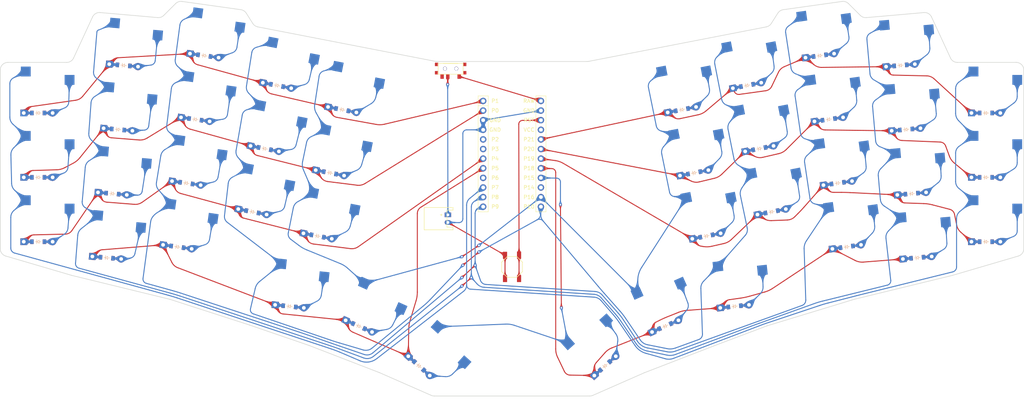
<source format=kicad_pcb>
(kicad_pcb (version 20241229) (generator "pcbnew") (generator_version "9.0")
  (title_block (title "framework16v1") (rev "v1.0.0") (company "Unknown"))
  (layers (0 "F.Cu" signal) (2 "B.Cu" signal) (13 "F.Paste" user) (15 "B.Paste" user) (5 "F.SilkS" user "F.Silkscreen") (7 "B.SilkS" user "B.Silkscreen") (1 "F.Mask" user) (3 "B.Mask" user) (25 "Edge.Cuts" user))
  (net 0 "")
  (net 1 "P7")
  (net 2 "pinky_home")
  (net 3 "pinky_top")
  (net 4 "pinky_num")
  (net 5 "P8")
  (net 6 "ring_bottom")
  (net 7 "ring_home")
  (net 8 "ring_top")
  (net 9 "ring_num")
  (net 10 "P9")
  (net 11 "middle_bottom")
  (net 12 "middle_home")
  (net 13 "middle_top")
  (net 14 "middle_num")
  (net 15 "P10")
  (net 16 "index_home")
  (net 17 "index_top")
  (net 18 "index_num")
  (net 19 "P16")
  (net 20 "inner_home")
  (net 21 "inner_top")
  (net 22 "inner_num")
  (net 23 "near_thumb")
  (net 24 "home_thumb")
  (net 25 "P15")
  (net 26 "far_thumb")
  (net 27 "mirror_pinky_home")
  (net 28 "mirror_pinky_top")
  (net 29 "mirror_pinky_num")
  (net 30 "mirror_ring_bottom")
  (net 31 "mirror_ring_home")
  (net 32 "mirror_ring_top")
  (net 33 "mirror_ring_num")
  (net 34 "mirror_middle_bottom")
  (net 35 "mirror_middle_home")
  (net 36 "mirror_middle_top")
  (net 37 "mirror_middle_num")
  (net 38 "mirror_index_home")
  (net 39 "mirror_index_top")
  (net 40 "mirror_index_num")
  (net 41 "mirror_inner_home")
  (net 42 "mirror_inner_top")
  (net 43 "mirror_inner_num")
  (net 44 "mirror_near_thumb")
  (net 45 "mirror_home_thumb")
  (net 46 "mirror_far_thumb")
  (net 47 "P4")
  (net 48 "P0")
  (net 49 "P1")
  (net 50 "P5")
  (net 51 "P19")
  (net 52 "P20")
  (net 53 "P21")
  (net 54 "P18")
  (net 55 "RAW")
  (net 56 "GND")
  (net 57 "RST")
  (net 58 "VCC")
  (net 59 "P14")
  (net 60 "P2")
  (net 61 "P3")
  (net 62 "P6")
  (net 63 "BAT")
  (footprint "E73:SPDT_C128955" (layer "F.Cu") (at 155.282311 49.300475)
    (property "Reference" "T1" (hide yes))
    (property "Value" "" (hide yes))
  )
  (footprint "E73:SW_TACT_ALPS_SKQGABE010" (layer "F.Cu") (at 171.482311 101.688137 90)
    (property "Reference" "B1" (hide yes))
    (property "Value" "" (hide yes))
  )
  (footprint "PG1350" (layer "F.Cu") (at 235.769289 65.539613 11)
    (property "Reference" "S33" (hide yes))
    (property "Value" "" (hide yes))
  )
  (footprint "ComboDiode" (layer "F.Cu") (at 236.723334 70.447749 11)
    (property "Reference" "D33" (hide yes))
    (property "Value" "" (hide yes))
  )
  (footprint "PG1350" (layer "F.Cu") (at 239.013042 82.227275 11)
    (property "Reference" "S32" (hide yes))
    (property "Value" "" (hide yes))
  )
  (footprint "ComboDiode" (layer "F.Cu") (at 211.896805 117.333849 24)
    (property "Reference" "D39" (hide yes))
    (property "Value" "" (hide yes))
  )
  (footprint "PG1350" (layer "F.Cu") (at 46.482311 73.031611)
    (property "Reference" "S2" (hide yes))
    (property "Value" "" (hide yes))
  )
  (footprint "PG1350" (layer "F.Cu") (at 110.439086 48.851951 -11)
    (property "Reference" "S14" (hide yes))
    (property "Value" "" (hide yes))
  )
  (footprint "ComboDiode" (layer "F.Cu") (at 239.967087 87.135411 11)
    (property "Reference" "D32" (hide yes))
    (property "Value" "" (hide yes))
  )
  (footprint "ComboDiode" (layer "F.Cu") (at 278.391922 99.265115 5)
    (property "Reference" "D24" (hide yes))
    (property "Value" "" (hide yes))
  )
  (footprint "PG1350" (layer "F.Cu") (at 232.525536 48.851951 11)
    (property "Reference" "S34" (hide yes))
    (property "Value" "" (hide yes))
  )
  (footprint "ComboDiode" (layer "F.Cu") (at 275.428626 65.394496 5)
    (property "Reference" "D26" (hide yes))
    (property "Value" "" (hide yes))
  )
  (footprint "ComboDiode" (layer "F.Cu") (at 296.482311 95.031611)
    (property "Reference" "D21" (hide yes))
    (property "Value" "" (hide yes))
  )
  (footprint "PG1350" (layer "F.Cu") (at 296.482311 90.031611)
    (property "Reference" "S21" (hide yes))
    (property "Value" "" (hide yes))
  )
  (footprint "PG1350" (layer "F.Cu") (at 221.818017 88.6258 11)
    (property "Reference" "S35" (hide yes))
    (property "Value" "" (hide yes))
  )
  (footprint "PG1350" (layer "F.Cu") (at 273.5112 43.478212 5)
    (property "Reference" "S27" (hide yes))
    (property "Value" "" (hide yes))
  )
  (footprint "ComboDiode" (layer "F.Cu") (at 83.197549 96.387644 -8)
    (property "Reference" "D8" (hide yes))
    (property "Value" "" (hide yes))
  )
  (footprint "PG1350" (layer "F.Cu") (at 65.008479 94.284142 -5)
    (property "Reference" "S4" (hide yes))
    (property "Value" "" (hide yes))
  )
  (footprint "ComboDiode" (layer "F.Cu") (at 196.022217 127.829454 42)
    (property "Reference" "D40" (hide yes))
    (property "Value" "" (hide yes))
  )
  (footprint "ComboDiode" (layer "F.Cu") (at 87.929435 62.718529 -8)
    (property "Reference" "D10" (hide yes))
    (property "Value" "" (hide yes))
  )
  (footprint "PG1350" (layer "F.Cu") (at 229.674625 107.13374 6)
    (property "Reference" "S38" (hide yes))
    (property "Value" "" (hide yes))
  )
  (footprint "ComboDiode" (layer "F.Cu") (at 64.572701 99.265115 -5)
    (property "Reference" "D4" (hide yes))
    (property "Value" "" (hide yes))
  )
  (footprint "ComboDiode" (layer "F.Cu") (at 46.482311 95.031611)
    (property "Reference" "D1" (hide yes))
    (property "Value" "" (hide yes))
  )
  (footprint "PG1350" (layer "F.Cu") (at 113.289997 107.13374 -6)
    (property "Reference" "S18" (hide yes))
    (property "Value" "" (hide yes))
  )
  (footprint "ComboDiode" (layer "F.Cu") (at 257.40113 79.553087 8)
    (property "Reference" "D29" (hide yes))
    (property "Value" "" (hide yes))
  )
  (footprint "PG1350" (layer "F.Cu") (at 66.490127 77.348832 -5)
    (property "Reference" "S5" (hide yes))
    (property "Value" "" (hide yes))
  )
  (footprint "ceoloide:mcu_supermini_nrf52840" (layer "F.Cu") (at 171.482311 70.550475)
    (property "Reference" "MCU1" (hide yes))
    (property "Value" "")
  )
  (footprint "PG1350" (layer "F.Cu") (at 46.482311 90.031611)
    (property "Reference" "S1" (hide yes))
    (property "Value" "" (hide yes))
  )
  (footprint "ComboDiode" (layer "F.Cu") (at 69.017644 48.459186 -5)
    (property "Reference" "D7" (hide yes))
    (property "Value" "" (hide yes))
  )
  (footprint "PG1350" (layer "F.Cu") (at 215.330511 55.250475 11)
    (property "Reference" "S37" (hide yes))
    (property "Value" "" (hide yes))
  )
  (footprint "ComboDiode" (layer "F.Cu") (at 131.067817 117.333849 -24)
    (property "Reference" "D19" (hide yes))
    (property "Value" "" (hide yes))
  )
  (footprint "ComboDiode" (layer "F.Cu") (at 66.054348 82.329806 -5)
    (property "Reference" "D5" (hide yes))
    (property "Value" "" (hide yes))
  )
  (footprint "ComboDiode" (layer "F.Cu") (at 120.192561 93.533935 -11)
    (property "Reference" "D15" (hide yes))
    (property "Value" "" (hide yes))
  )
  (footprint "ComboDiode" (layer "F.Cu") (at 216.284556 60.158611 11)
    (property "Reference" "D37" (hide yes))
    (property "Value" "" (hide yes))
  )
  (footprint "PG1350" (layer "F.Cu") (at 150.288058 124.11373 -42)
    (property "Reference" "S20" (hide yes))
    (property "Value" "" (hide yes))
  )
  (footprint "ComboDiode" (layer "F.Cu") (at 126.680066 60.158611 -11)
    (property "Reference" "D17" (hide yes))
    (property "Value" "" (hide yes))
  )
  (footprint "ComboDiode" (layer "F.Cu") (at 252.669245 45.883972 8)
    (property "Reference" "D31" (hide yes))
    (property "Value" "" (hide yes))
  )
  (footprint "PG1350" (layer "F.Cu") (at 296.482311 56.031611)
    (property "Reference" "S23" (hide yes))
    (property "Value" "" (hide yes))
  )
  (footprint "PG1350" (layer "F.Cu") (at 274.992848 60.413522 5)
    (property "Reference" "S26" (hide yes))
    (property "Value" "" (hide yes))
  )
  (footprint "ComboDiode" (layer "F.Cu") (at 296.482311 78.031611)
    (property "Reference" "D22" (hide yes))
    (property "Value" "" (hide yes))
  )
  (footprint "PG1350" (layer "F.Cu") (at 254.339322 57.767189 8)
    (property "Reference" "S30" (hide yes))
    (property "Value" "" (hide yes))
  )
  (footprint "ComboDiode" (layer "F.Cu") (at 219.528309 76.846273 11)
    (property "Reference" "D36" (hide yes))
    (property "Value" "" (hide yes))
  )
  (footprint "ComboDiode" (layer "F.Cu") (at 146.942405 127.829454 -42)
    (property "Reference" "D20" (hide yes))
    (property "Value" "" (hide yes))
  )
  (footprint "PG1350" (layer "F.Cu") (at 209.863122 112.766122 24)
    (property "Reference" "S39" (hide yes))
    (property "Value" "" (hide yes))
  )
  (footprint "PG1350" (layer "F.Cu") (at 124.390358 71.938137 -11)
    (property "Reference" "S16" (hide yes))
    (property "Value" "" (hide yes))
  )
  (footprint "ComboDiode" (layer "F.Cu") (at 102.997535 87.135411 -11)
    (property "Reference" "D12" (hide yes))
    (property "Value" "" (hide yes))
  )
  (footprint "ComboDiode" (layer "F.Cu") (at 276.910274 82.329806 5)
    (property "Reference" "D25" (hide yes))
    (property "Value" "" (hide yes))
  )
  (footprint "PG1350" (layer "F.Cu") (at 251.973379 40.932632 8)
    (property "Reference" "S31" (hide yes))
    (property "Value" "" (hide yes))
  )
  (footprint "PG1350" (layer "F.Cu") (at 276.474495 77.348832 5)
    (property "Reference" "S25" (hide yes))
    (property "Value" "" (hide yes))
  )
  (footprint "PG1350" (layer "F.Cu") (at 127.634111 55.250475 -11)
    (property "Reference" "S17" (hide yes))
    (property "Value" "" (hide yes))
  )
  (footprint "PG1350" (layer "F.Cu") (at 67.971775 60.413522 -5)
    (property "Reference" "S6" (hide yes))
    (property "Value" "" (hide yes))
  )
  (footprint "ComboDiode" (layer "F.Cu") (at 230.197267 112.106349 6)
    (property "Reference" "D38" (hide yes))
    (property "Value" "" (hide yes))
  )
  (footprint "PG1350" (layer "F.Cu") (at 277.956143 94.284142 5)
    (property "Reference" "S24" (hide yes))
    (property "Value" "" (hide yes))
  )
  (footprint "JST_PH_S2B-PH-K_02x2.00mm_Angled" (layer "F.Cu") (at 154.562311 88.938137 -90)
    (property "Reference" "JST1" (hide yes))
    (property "Value" "" (hide yes))
  )
  (footprint "ComboDiode" (layer "F.Cu") (at 259.767073 96.387644 8)
    (property "Reference" "D28" (hide yes))
    (property "Value" "" (hide yes))
  )
  (footprint "ComboDiode" (layer "F.Cu") (at 273.946979 48.459186 5)
    (property "Reference" "D27" (hide yes))
    (property "Value" "" (hide yes))
  )
  (footprint "ComboDiode" (layer "F.Cu") (at 233.479581 53.760087 11)
    (property "Reference" "D34" (hide yes))
    (property "Value" "" (hide yes))
  )
  (footprint "PG1350" (layer "F.Cu") (at 88.6253 57.767189 -8)
    (property "Reference" "S10" (hide yes))
    (property "Value" "" (hide yes))
  )
  (footprint "ComboDiode" (layer "F.Cu") (at 255.035188 62.718529 8)
    (property "Reference" "D30" (hide yes))
    (property "Value" "" (hide yes))
  )
  (footprint "ComboDiode" (layer "F.Cu") (at 67.535996 65.394496 -5)
    (property "Reference" "D6" (hide yes))
    (property "Value" "" (hide yes))
  )
  (footprint "PG1350" (layer "F.Cu") (at 259.071208 91.436303 8)
    (property "Reference" "S28" (hide yes))
    (property "Value" "" (hide yes))
  )
  (footprint "PG1350" (layer "F.Cu") (at 218.574264 71.938137 11)
    (property "Reference" "S36" (hide yes))
    (property "Value" "" (hide yes))
  )
  (footprint "PG1350" (layer "F.Cu") (at 86.259357 74.601746 -8)
    (property "Reference" "S9" (hide yes))
    (property "Value" "" (hide yes))
  )
  (footprint "ComboDiode" (layer "F.Cu") (at 112.767355 112.106349 -6)
    (property "Reference" "D18" (hide yes))
    (property "Value" "" (hide yes))
  )
  (footprint "ComboDiode" (layer "F.Cu") (at 123.436313 76.846273 -11)
    (property "Reference" "D16" (hide yes))
    (property "Value" "" (hide yes))
  )
  (footprint "ComboDiode" (layer "F.Cu") (at 85.563492 79.553087 -8)
    (property "Reference" "D9" (hide yes))
    (property "Value" "" (hide yes))
  )
  (footprint "ComboDiode" (layer "F.Cu") (at 222.772062 93.533935 11)
    (property "Reference" "D35" (hide yes))
    (property "Value" "" (hide yes))
  )
  (footprint "PG1350" (layer "F.Cu") (at 103.95158 82.227275 -11)
    (property "Reference" "S12" (hide yes))
    (property "Value" "" (hide yes))
  )
  (footprint "PG1350" (layer "F.Cu") (at 69.453422 43.478212 -5)
    (property "Reference" "S7" (hide yes))
    (property "Value" "" (hide yes))
  )
  (footprint "PG1350" (layer "F.Cu") (at 46.482311 56.031611)
    (property "Reference" "S3" (hide yes))
    (property "Value" "" (hide yes))
  )
  (footprint "ComboDiode" (layer "F.Cu") (at 46.482311 61.031611)
    (property "Reference" "D3" (hide yes))
    (property "Value" "" (hide yes))
  )
  (footprint "ComboDiode" (layer "F.Cu") (at 90.295377 45.883972 -8)
    (property "Reference" "D11" (hide yes))
    (property "Value" "" (hide yes))
  )
  (footprint "PG1350" (layer "F.Cu") (at 133.1015 112.766122 -24)
    (property "Reference" "S19" (hide yes))
    (property "Value" "" (hide yes))
  )
  (footprint "ComboDiode" (layer "F.Cu") (at 46.482311 78.031611)
    (property "Reference" "D2" (hide yes))
    (property "Value" "" (hide yes))
  )
  (footprint "PG1350" (layer "F.Cu") (at 90.991243 40.932632 -8)
    (property "Reference" "S11" (hide yes))
    (property "Value" "" (hide yes))
  )
  (footprint "PG1350" (layer "F.Cu") (at 296.482311 73.031611)
    (property "Reference" "S22" (hide yes))
    (property "Value" "" (hide yes))
  )
  (footprint "PG1350" (layer "F.Cu") (at 107.195333 65.539613 -11)
    (property "Reference" "S13" (hide yes))
    (property "Value" "" (hide yes))
  )
  (footprint "PG1350" (layer "F.Cu") (at 83.893414 91.436303 -8)
    (property "Reference" "S8" (hide yes))
    (property "Value" "" (hide yes))
  )
  (footprint "ComboDiode" (layer "F.Cu") (at 106.241288 70.447749 -11)
    (property "Reference" "D13" (hide yes))
    (property "Value" "" (hide yes))
  )
  (footprint "ComboDiode" (layer "F.Cu") (at 296.482311 61.031611)
    (property "Reference" "D23" (hide yes))
    (property "Value" "" (hide yes))
  )
  (footprint "PG1350" (layer "F.Cu") (at 192.676564 124.11373 42)
    (property "Reference" "S40" (hide yes))
    (property "Value" "" (hide yes))
  )
  (footprint "PG1350" (layer "F.Cu") (at 121.146606 88.6258 -11)
    (property "Reference" "S15" (hide yes))
    (property "Value" "" (hide yes))
  )
  (footprint "PG1350" (layer "F.Cu") (at 256.705265 74.601746 8)
    (property "Reference" "S29" (hide yes))
    (property "Value" "" (hide yes))
  )
  (footprint "ComboDiode" (layer "F.Cu") (at 109.485041 53.760087 -11)
    (property "Reference" "D14" (hide yes))
    (property "Value" "" (hide yes))
  )
  (gr_line (start 239.866091 37.394468) (end 241.600405 34.659514) (stroke (width 0.15)) (layer "Edge.Cuts"))
  (gr_arc (start 191.690229 47.396962) (mid 191.500303 47.424501) (end 191.308611 47.433708) (stroke (width 0.15)) (layer "Edge.Cuts"))
  (gr_arc (start 264.94458 35.835761) (mid 264.086664 35.722899) (end 263.356698 35.258228) (stroke (width 0.15)) (layer "Edge.Cuts"))
  (gr_line (start 282.138402 35.659887) (end 287.146056 46.509732) (stroke (width 0.15)) (layer "Edge.Cuts"))
  (gr_arc (start 81.177605 110.233946) (mid 81.248756 110.252701) (end 81.31917 110.274059) (stroke (width 0.15)) (layer "Edge.Cuts"))
  (gr_arc (start 241.600405 34.659514) (mid 242.205731 34.04965) (end 243.011089 33.750041) (stroke (width 0.15)) (layer "Edge.Cuts"))
  (gr_line (start 225.092208 122.404805) (end 206.464456 129.606702) (stroke (width 0.15)) (layer "Edge.Cuts"))
  (gr_arc (start 104.405944 38.286659) (mid 103.660231 37.975394) (end 103.098531 37.394468) (stroke (width 0.15)) (layer "Edge.Cuts"))
  (gr_arc (start 37.918727 98.813477) (mid 36.881176 98.093036) (end 36.482311 96.894526) (stroke (width 0.15)) (layer "Edge.Cuts"))
  (gr_arc (start 60.826219 35.659886) (mid 61.638743 34.767933) (end 62.816448 34.505618) (stroke (width 0.15)) (layer "Edge.Cuts"))
  (gr_arc (start 261.661584 110.267818) (mid 261.715706 110.252162) (end 261.770248 110.238037) (stroke (width 0.15)) (layer "Edge.Cuts"))
  (gr_line (start 81.177605 110.233946) (end 55.376212 103.938392) (stroke (width 0.15)) (layer "Edge.Cuts"))
  (gr_line (start 243.011089 33.750041) (end 258.537355 31.567967) (stroke (width 0.15)) (layer "Edge.Cuts"))
  (gr_arc (start 150.966095 135.783505) (mid 150.554604 135.740715) (end 150.160719 135.61418) (stroke (width 0.15)) (layer "Edge.Cuts"))
  (gr_arc (start 79.607925 35.258228) (mid 78.877967 35.722902) (end 78.020043 35.835761) (stroke (width 0.15)) (layer "Edge.Cuts"))
  (gr_line (start 305.045895 98.813477) (end 287.677902 103.914346) (stroke (width 0.15)) (layer "Edge.Cuts"))
  (gr_arc (start 117.828521 122.389429) (mid 117.86487 122.402288) (end 117.900965 122.415844) (stroke (width 0.15)) (layer "Edge.Cuts"))
  (gr_line (start 191.690229 47.396963) (end 238.558679 38.286659) (stroke (width 0.15)) (layer "Edge.Cuts"))
  (gr_line (start 62.816448 34.505618) (end 78.020043 35.835761) (stroke (width 0.15)) (layer "Edge.Cuts"))
  (gr_arc (start 287.677902 103.914346) (mid 287.633295 103.926887) (end 287.58841 103.938392) (stroke (width 0.15)) (layer "Edge.Cuts"))
  (gr_arc (start 304.482311 47.671611) (mid 305.896514 48.257402) (end 306.482311 49.671611) (stroke (width 0.15)) (layer "Edge.Cuts"))
  (gr_arc (start 206.380298 129.641462) (mid 206.422179 129.623603) (end 206.464456 129.606702) (stroke (width 0.15)) (layer "Edge.Cuts"))
  (gr_arc (start 288.961973 47.67161) (mid 287.884078 47.356273) (end 287.146056 46.509732) (stroke (width 0.15)) (layer "Edge.Cuts"))
  (gr_arc (start 55.376212 103.938392) (mid 55.331327 103.926888) (end 55.28672 103.914346) (stroke (width 0.15)) (layer "Edge.Cuts"))
  (gr_line (start 102.178354 117.022822) (end 81.31917 110.274059) (stroke (width 0.15)) (layer "Edge.Cuts"))
  (gr_arc (start 36.482311 49.671611) (mid 37.068094 48.257394) (end 38.482311 47.671611) (stroke (width 0.15)) (layer "Edge.Cuts"))
  (gr_line (start 287.58841 103.938392) (end 261.770248 110.238037) (stroke (width 0.15)) (layer "Edge.Cuts"))
  (gr_arc (start 55.818567 46.509732) (mid 55.080549 47.35626) (end 54.00265 47.671611) (stroke (width 0.15)) (layer "Edge.Cuts"))
  (gr_arc (start 99.953533 33.750041) (mid 100.758904 34.049627) (end 101.364217 34.659514) (stroke (width 0.15)) (layer "Edge.Cuts"))
  (gr_arc (start 82.735351 32.133646) (mid 83.514744 31.651719) (end 84.427267 31.567967) (stroke (width 0.15)) (layer "Edge.Cuts"))
  (gr_line (start 261.661584 110.267818) (end 238.843102 117.218219) (stroke (width 0.15)) (layer "Edge.Cuts"))
  (gr_arc (start 102.178355 117.022821) (mid 102.194937 117.028266) (end 102.211471 117.033856) (stroke (width 0.15)) (layer "Edge.Cuts"))
  (gr_line (start 55.818566 46.509732) (end 60.82622 35.659887) (stroke (width 0.15)) (layer "Edge.Cuts"))
  (gr_arc (start 225.092208 122.404805) (mid 225.099631 122.401952) (end 225.107066 122.399128) (stroke (width 0.15)) (layer "Edge.Cuts"))
  (gr_arc (start 151.656011 47.433709) (mid 151.464319 47.424502) (end 151.274393 47.396963) (stroke (width 0.15)) (layer "Edge.Cuts"))
  (gr_arc (start 192.803903 135.61418) (mid 192.410019 135.740721) (end 191.998527 135.783505) (stroke (width 0.15)) (layer "Edge.Cuts"))
  (gr_line (start 191.998527 135.783505) (end 150.966095 135.783505) (stroke (width 0.15)) (layer "Edge.Cuts"))
  (gr_arc (start 238.719499 117.260324) (mid 238.780957 117.238263) (end 238.843102 117.218219) (stroke (width 0.15)) (layer "Edge.Cuts"))
  (gr_line (start 238.719499 117.260324) (end 225.107066 122.399128) (stroke (width 0.15)) (layer "Edge.Cuts"))
  (gr_line (start 117.828521 122.389429) (end 102.211471 117.033856) (stroke (width 0.15)) (layer "Edge.Cuts"))
  (gr_arc (start 280.148174 34.505619) (mid 281.325885 34.767916) (end 282.138402 35.659887) (stroke (width 0.15)) (layer "Edge.Cuts"))
  (gr_line (start 150.160719 135.61418) (end 136.584324 129.641462) (stroke (width 0.15)) (layer "Edge.Cuts"))
  (gr_line (start 306.482311 49.671611) (end 306.482311 96.894526) (stroke (width 0.15)) (layer "Edge.Cuts"))
  (gr_line (start 38.482311 47.671611) (end 54.00265 47.671611) (stroke (width 0.15)) (layer "Edge.Cuts"))
  (gr_line (start 206.380298 129.641462) (end 192.803903 135.61418) (stroke (width 0.15)) (layer "Edge.Cuts"))
  (gr_line (start 151.656011 47.433708) (end 191.308611 47.433708) (stroke (width 0.15)) (layer "Edge.Cuts"))
  (gr_arc (start 239.866092 37.394468) (mid 239.304398 37.975393) (end 238.558679 38.286659) (stroke (width 0.15)) (layer "Edge.Cuts"))
  (gr_line (start 104.405943 38.286659) (end 151.274393 47.396962) (stroke (width 0.15)) (layer "Edge.Cuts"))
  (gr_line (start 55.28672 103.914346) (end 37.918727 98.813477) (stroke (width 0.15)) (layer "Edge.Cuts"))
  (gr_line (start 260.229271 32.133646) (end 263.356698 35.258228) (stroke (width 0.15)) (layer "Edge.Cuts"))
  (gr_line (start 84.427267 31.567967) (end 99.953533 33.750041) (stroke (width 0.15)) (layer "Edge.Cuts"))
  (gr_line (start 288.961972 47.671611) (end 304.482311 47.671611) (stroke (width 0.15)) (layer "Edge.Cuts"))
  (gr_line (start 264.944579 35.835761) (end 280.148174 34.505618) (stroke (width 0.15)) (layer "Edge.Cuts"))
  (gr_arc (start 136.500166 129.606702) (mid 136.542443 129.623604) (end 136.584324 129.641462) (stroke (width 0.15)) (layer "Edge.Cuts"))
  (gr_arc (start 306.482311 96.894526) (mid 306.083422 98.093021) (end 305.045895 98.813477) (stroke (width 0.15)) (layer "Edge.Cuts"))
  (gr_line (start 79.607924 35.258228) (end 82.735351 32.133646) (stroke (width 0.15)) (layer "Edge.Cuts"))
  (gr_line (start 101.364217 34.659514) (end 103.098531 37.394468) (stroke (width 0.15)) (layer "Edge.Cuts"))
  (gr_line (start 136.500166 129.606702) (end 117.900965 122.415844) (stroke (width 0.15)) (layer "Edge.Cuts"))
  (gr_line (start 36.482311 96.894526) (end 36.482311 49.671611) (stroke (width 0.15)) (layer "Edge.Cuts"))
  (gr_arc (start 258.537355 31.567967) (mid 259.449878 31.651712) (end 260.229271 32.133646) (stroke (width 0.15)) (layer "Edge.Cuts"))
  (segment (start 206.778708 124.500261) (end 211.900573 125.940786) (width 0.25) (layer "B.Cu") (net 1))
  (segment (start 160.511054 107.565463) (end 193.126315 109.677243) (width 0.25) (layer "B.Cu") (net 1))
  (segment (start 39 62.128399) (end 39 53.335959) (width 0.25) (layer "B.Cu") (net 1))
  (segment (start 135.789633 125.915818) (end 158.699832 108.121489) (width 0.25) (layer "B.Cu") (net 1))
  (segment (start 39.25 96.698334) (end 39.25 88.618448) (width 0.25) (layer "B.Cu") (net 1))
  (segment (start 42.504416 67.777592) (end 40.048344 70.209507) (width 0.25) (layer "B.Cu") (net 1))
  (segment (start 131.376229 126.48267) (end 126.076359 124.211297) (width 0.25) (layer "B.Cu") (net 1))
  (segment (start 292.465253 83.477597) (end 289.364609 80.953766) (width 0.25) (layer "B.Cu") (net 1))
  (segment (start 288.5 61.121569) (end 288.5 54.607694) (width 0.25) (layer "B.Cu") (net 1))
  (segment (start 292.531064 66.387507) (end 289.287456 63.058249) (width 0.25) (layer "B.Cu") (net 1))
  (segment (start 264.637246 108.718503) (end 287.733588 103.001586) (width 0.25) (layer "B.Cu") (net 1))
  (segment (start 288.75 101.702914) (end 288.75 88.865504) (width 0.25) (layer "B.Cu") (net 1))
  (segment (start 39.965298 51.752498) (end 43.207311 50.081611) (width 0.25) (layer "B.Cu") (net 1))
  (segment (start 194.986 110.602211) (end 198.234829 114.364013) (width 0.25) (layer "B.Cu") (net 1))
  (segment (start 39.278797 72.123122) (end 39.471193 79.626542) (width 0.25) (layer "B.Cu") (net 1))
  (segment (start 292.468531 84.689629) (end 289.611312 87.041135) (width 0.25) (layer "B.Cu") (net 1))
  (segment (start 289.396294 52.849122) (end 293.207311 50.081611) (width 0.25) (layer "B.Cu") (net 1))
  (segment (start 123.888405 123.381622) (end 83.111909 109.868481) (width 0.25) (layer "B.Cu") (net 1))
  (segment (start 42.470955 84.717686) (end 40.096392 86.768872) (width 0.25) (layer "B.Cu") (net 1))
  (segment (start 40.264059 98.028718) (end 80.870511 109.189555) (width 0.25) (layer "B.Cu") (net 1))
  (segment (start 262.365145 109.290988) (end 254.884504 111.209101) (width 0.25) (layer "B.Cu") (net 1))
  (segment (start 42.475974 66.41558) (end 39.829251 64.005201) (width 0.25) (layer "B.Cu") (net 1))
  (segment (start 159.5 106.486828) (end 159.5 85.364629) (width 0.25) (layer "B.Cu") (net 1))
  (segment (start 288.5 79.135174) (end 288.5 71.607694) (width 0.25) (layer "B.Cu") (net 1))
  (segment (start 203.955061 122.476131) (end 199.662044 116.215481) (width 0.25) (layer "B.Cu") (net 1))
  (segment (start 42.483572 83.431216) (end 40.33589 81.501181) (width 0.25) (layer "B.Cu") (net 1))
  (segment (start 292.423187 67.651031) (end 289.396294 69.849122) (width 0.25) (layer "B.Cu") (net 1))
  (segment (start 160.36555 83.547702) (end 163.862311 80.710475) (width 0.25) (layer "B.Cu") (net 1))
  (segment (start 236.904951 117.166118) (end 214.067599 125.844312) (width 0.25) (layer "B.Cu") (net 1))
  (segment (start 239.111331 116.379556) (end 252.638896 111.870367) (width 0.25) (layer "B.Cu") (net 1))
  (arc (start 131.376229 126.48267) (mid 133.660248 126.801222) (end 135.789633 125.915818) (width 0.25) (layer "B.Cu") (net 1))
  (arc (start 80.870511 109.189555) (mid 81.995604 109.514511) (end 83.111909 109.868481) (width 0.25) (layer "B.Cu") (net 1))
  (arc (start 39.471193 79.626542) (mid 39.710342 80.652976) (end 40.33589 81.501181) (width 0.25) (layer "B.Cu") (net 1))
  (arc (start 39 62.128399) (mid 39.216549 63.154318) (end 39.829251 64.005201) (width 0.25) (layer "B.Cu") (net 1))
  (arc (start 39.965298 51.752498) (mid 39.260349 52.408712) (end 39 53.335959) (width 0.25) (layer "B.Cu") (net 1))
  (arc (start 254.884504 111.209101) (mid 253.755851 111.519873) (end 252.638896 111.870367) (width 0.25) (layer "B.Cu") (net 1))
  (arc (start 40.048344 70.209507) (mid 39.465634 71.086716) (end 39.278797 72.123122) (width 0.25) (layer "B.Cu") (net 1))
  (arc (start 40.096392 86.768872) (mid 39.471648 87.601429) (end 39.25 88.618448) (width 0.25) (layer "B.Cu") (net 1))
  (arc (start 292.465253 83.477597) (mid 292.754004 84.082836) (end 292.468531 84.689629) (width 0.25) (layer "B.Cu") (net 1))
  (arc (start 42.483572 83.431216) (mid 42.767811 84.0773) (end 42.470955 84.717686) (width 0.25) (layer "B.Cu") (net 1))
  (arc (start 288.75 101.702914) (mid 288.465686 102.52748) (end 287.733588 103.001586) (width 0.25) (layer "B.Cu") (net 1))
  (arc (start 193.126315 109.677243) (mid 194.149159 109.952743) (end 194.986 110.602211) (width 0.25) (layer "B.Cu") (net 1))
  (arc (start 288.5 79.135174) (mid 288.727154 80.142004) (end 289.364609 80.953766) (width 0.25) (layer "B.Cu") (net 1))
  (arc (start 160.36555 83.547702) (mid 159.727441 84.358348) (end 159.5 85.364629) (width 0.25) (layer "B.Cu") (net 1))
  (arc (start 123.888405 123.381622) (mid 124.991187 123.77324) (end 126.076359 124.211297) (width 0.25) (layer "B.Cu") (net 1))
  (arc (start 39.25 96.698334) (mid 39.532419 97.53473) (end 40.264059 98.028718) (width 0.25) (layer "B.Cu") (net 1))
  (arc (start 159.5 106.486828) (mid 159.79228 107.226031) (end 160.511054 107.565463) (width 0.25) (layer "B.Cu") (net 1))
  (arc (start 289.396294 52.849122) (mid 288.736995 53.620789) (end 288.5 54.607694) (width 0.25) (layer "B.Cu") (net 1))
  (arc (start 158.699832 108.121489) (mid 159.289226 107.396826) (end 159.5 106.486828) (width 0.25) (layer "B.Cu") (net 1))
  (arc (start 288.5 61.121569) (mid 288.70439 62.166894) (end 289.287456 63.058249) (width 0.25) (layer "B.Cu") (net 1))
  (arc (start 211.900573 125.940786) (mid 212.991837 126.066659) (end 214.067599 125.844312) (width 0.25) (layer "B.Cu") (net 1))
  (arc (start 42.475974 66.41558) (mid 42.782633 67.090479) (end 42.504416 67.777592) (width 0.25) (layer "B.Cu") (net 1))
  (arc (start 239.111331 116.379556) (mid 238.00407 116.761419) (end 236.904951 117.166118) (width 0.25) (layer "B.Cu") (net 1))
  (arc (start 292.531064 66.387507) (mid 292.765924 67.043926) (end 292.423187 67.651031) (width 0.25) (layer "B.Cu") (net 1))
  (arc (start 203.955061 122.476131) (mid 205.189102 123.736201) (end 206.778708 124.500261) (width 0.25) (layer "B.Cu") (net 1))
  (arc (start 264.637246 108.718503) (mid 263.500597 109.002372) (end 262.365145 109.290988) (width 0.25) (layer "B.Cu") (net 1))
  (arc (start 289.396294 69.849122) (mid 288.736995 70.620789) (end 288.5 71.607694) (width 0.25) (layer "B.Cu") (net 1))
  (arc (start 289.611312 87.041135) (mid 288.97615 87.856769) (end 288.75 88.865504) (width 0.25) (layer "B.Cu") (net 1))
  (arc (start 198.234829 114.364013) (mid 198.974198 115.269888) (end 199.662044 116.215481) (width 0.25) (layer "B.Cu") (net 1))
  (segment (start 50.292311 95.031611) (end 48.132311 95.031611) (width 0.25) (layer "F.Cu") (net 2))
  (segment (start 54.340308 91.393037) (end 54.757311 86.281611) (width 0.25) (layer "B.Cu") (net 2))
  (segment (start 50.292311 95.031611) (end 48.132311 95.031611) (width 0.25) (layer "B.Cu") (net 2))
  (segment (start 53.314399 93.098474) (end 50.292311 95.031611) (width 0.25) (layer "B.Cu") (net 2))
  (arc (start 54.340308 91.393037) (mid 54.027083 92.365903) (end 53.314399 93.098474) (width 0.25) (layer "B.Cu") (net 2))
  (segment (start 50.292311 78.031611) (end 48.132311 78.031611) (width 0.25) (layer "F.Cu") (net 3))
  (segment (start 53.242496 76.889899) (end 50.292311 78.031611) (width 0.25) (layer "B.Cu") (net 3))
  (segment (start 50.292311 78.031611) (end 48.132311 78.031611) (width 0.25) (layer "B.Cu") (net 3))
  (segment (start 54.325738 75.422341) (end 54.757311 69.281611) (width 0.25) (layer "B.Cu") (net 3))
  (arc (start 54.325738 75.422341) (mid 53.997381 76.313536) (end 53.242496 76.889899) (width 0.25) (layer "B.Cu") (net 3))
  (segment (start 50.292311 61.031611) (end 48.132311 61.031611) (width 0.25) (layer "F.Cu") (net 4))
  (segment (start 50.292311 61.031611) (end 48.132311 61.031611) (width 0.25) (layer "B.Cu") (net 4))
  (segment (start 54.539852 58.170728) (end 54.757311 52.281611) (width 0.25) (layer "B.Cu") (net 4))
  (segment (start 50.292311 61.031611) (end 53.50547 59.671101) (width 0.25) (layer "B.Cu") (net 4))
  (arc (start 54.539852 58.170728) (mid 54.241095 59.071506) (end 53.50547 59.671101) (width 0.25) (layer "B.Cu") (net 4))
  (segment (start 158.25 106.75) (end 160.75 104.5) (width 0.25) (layer "F.Cu") (net 5))
  (via (at 158.25 106.75) (size 0.8) (drill 0.4) (layers "F.Cu" "B.Cu") (net 5))
  (via (at 160.75 104.5) (size 0.8) (drill 0.4) (layers "F.Cu" "B.Cu") (net 5))
  (segment (start 270.125558 94.109101) (end 271.3846 105.230637) (width 0.25) (layer "B.Cu") (net 5))
  (segment (start 64.479767 53.678642) (end 61.896676 51.875819) (width 0.25) (layer "B.Cu") (net 5))
  (segment (start 164.125939 107.07206) (end 193.125616 108.928039) (width 0.25) (layer "B.Cu") (net 5))
  (segment (start 63.112065 38.841384) (end 66.709461 37.265418) (width 0.25) (layer "B.Cu") (net 5))
  (segment (start 270.42695 54.316606) (end 266.956662 52.304642) (width 0.25) (layer "B.Cu") (net 5))
  (segment (start 204.220656 121.978363) (end 200.155811 115.96946) (width 0.25) (layer "B.Cu") (net 5))
  (segment (start 269.675163 85.621129) (end 273.375732 88.105592) (width 0.25) (layer "B.Cu") (net 5))
  (segment (start 194.991926 109.847915) (end 198.729256 114.11915) (width 0.25) (layer "B.Cu") (net 5))
  (segment (start 266.597085 59.342217) (end 267.403653 68.416101) (width 0.25) (layer "B.Cu") (net 5))
  (segment (start 57.879512 91.551896) (end 61.544077 88.643189) (width 0.25) (layer "B.Cu") (net 5))
  (segment (start 60.572889 68.248732) (end 63.047429 70.50027) (width 0.25) (layer "B.Cu") (net 5))
  (segment (start 61.476824 87.596397) (end 58.927094 86.059003) (width 0.25) (layer "B.Cu") (net 5))
  (segment (start 134.929205 125.311449) (end 158.25 106.75) (width 0.25) (layer "B.Cu") (net 5))
  (segment (start 214.575867 124.817807) (end 234.40254 117.410039) (width 0.25) (layer "B.Cu") (net 5))
  (segment (start 59.831188 66.390425) (end 60.418994 58.357078) (width 0.25) (layer "B.Cu") (net 5))
  (segment (start 59.930639 73.639406) (end 62.956308 71.654263) (width 0.25) (layer "B.Cu") (net 5))
  (segment (start 56.911625 93.36941) (end 56.331622 100.716117) (width 0.25) (layer "B.Cu") (net 5))
  (segment (start 58.901449 75.358694) (end 58.095851 84.421667) (width 0.25) (layer "B.Cu") (net 5))
  (segment (start 61.432845 56.648347) (end 64.461209 54.69516) (width 0.25) (layer "B.Cu") (net 5))
  (segment (start 253.386715 110.719511) (end 270.504 106.495766) (width 0.25) (layer "B.Cu") (net 5))
  (segment (start 160.75 85.831814) (end 160.75 104.5) (width 0.25) (layer "B.Cu") (net 5))
  (segment (start 265.939229 39.97108) (end 269.730086 37.836289) (width 0.25) (layer "B.Cu") (net 5))
  (segment (start 83.861912 109.368444) (end 123.637976 122.548678) (width 0.25) (layer "B.Cu") (net 5))
  (segment (start 81.620153 108.690891) (end 57.250337 102.023677) (width 0.25) (layer "B.Cu") (net 5))
  (segment (start 268.652057 83.889983) (end 268.098255 77.613564) (width 0.25) (layer "B.Cu") (net 5))
  (segment (start 162.245245 106.161383) (end 160.75 104.5) (width 0.25) (layer "B.Cu") (net 5))
  (segment (start 212.37566 124.985402) (end 207.048435 123.874898) (width 0.25) (layer "B.Cu") (net 5))
  (segment (start 161.724593 84.280436) (end 163.862311 83.250475) (width 0.25) (layer "B.Cu") (net 5))
  (segment (start 272.052516 72.361388) (end 268.782116 75.701267) (width 0.25) (layer "B.Cu") (net 5))
  (segment (start 61.967173 39.643919) (end 61.090807 50.160305) (width 0.25) (layer "B.Cu") (net 5))
  (segment (start 270.481923 55.310375) (end 267.382172 57.598742) (width 0.25) (layer "B.Cu") (net 5))
  (segment (start 273.509011 89.337389) (end 270.772181 92.194017) (width 0.25) (layer "B.Cu") (net 5))
  (segment (start 132.336677 125.726624) (end 125.848577 123.32398) (width 0.25) (layer "B.Cu") (net 5))
  (segment (start 236.602932 116.604919) (end 251.147772 111.394827) (width 0.25) (layer "B.Cu") (net 5))
  (segment (start 265.095438 41.573684) (end 265.902091 50.648526) (width 0.25) (layer "B.Cu") (net 5))
  (segment (start 271.850343 71.348663) (end 268.501497 69.925583) (width 0.25) (layer "B.Cu") (net 5))
  (arc (start 56.331622 100.716117) (mid 56.555562 101.535305) (end 57.250337 102.023677) (width 0.25) (layer "B.Cu") (net 5))
  (arc (start 57.879512 91.551896) (mid 57.206358 92.359892) (end 56.911625 93.36941) (width 0.25) (layer "B.Cu") (net 5))
  (arc (start 273.375732 88.105592) (mid 273.729231 88.690452) (end 273.509011 89.337389) (width 0.25) (layer "B.Cu") (net 5))
  (arc (start 265.939229 39.97108) (mid 265.28114 40.648023) (end 265.095438 41.573684) (width 0.25) (layer "B.Cu") (net 5))
  (arc (start 123.637976 122.548678) (mid 124.746637 122.926745) (end 125.848577 123.32398) (width 0.25) (layer "B.Cu") (net 5))
  (arc (start 61.432845 56.648347) (mid 60.724764 57.38336) (end 60.418994 58.357078) (width 0.25) (layer "B.Cu") (net 5))
  (arc (start 253.386715 110.719511) (mid 252.258627 111.028603) (end 251.147772 111.394827) (width 0.25) (layer "B.Cu") (net 5))
  (arc (start 267.403653 68.416101) (mid 267.74363 69.322807) (end 268.501497 69.925583) (width 0.25) (layer "B.Cu") (net 5))
  (arc (start 161.724593 84.280436) (mid 161.013863 84.915762) (end 160.75 85.831814) (width 0.25) (layer "B.Cu") (net 5))
  (arc (start 58.095851 84.421667) (mid 58.276757 85.359495) (end 58.927094 86.059003) (width 0.25) (layer "B.Cu") (net 5))
  (arc (start 271.850343 71.348663) (mid 272.218898 71.80163) (end 272.052516 72.361388) (width 0.25) (layer "B.Cu") (net 5))
  (arc (start 212.37566 124.985402) (mid 213.487638 125.057497) (end 214.575867 124.817807) (width 0.25) (layer "B.Cu") (net 5))
  (arc (start 198.729256 114.11915) (mid 199.471239 115.022173) (end 200.155811 115.96946) (width 0.25) (layer "B.Cu") (net 5))
  (arc (start 63.112065 38.841384) (mid 62.746764 38.991591) (end 62.375 39.125) (width 0.25) (layer "B.Cu") (net 5))
  (arc (start 236.602932 116.604919) (mid 235.501368 117.003739) (end 234.40254 117.410039) (width 0.25) (layer "B.Cu") (net 5))
  (arc (start 62.375 39.125) (mid 62.093243 39.323281) (end 61.967173 39.643919) (width 0.25) (layer "B.Cu") (net 5))
  (arc (start 204.220656 121.978363) (mid 205.449587 123.202408) (end 207.048435 123.874898) (width 0.25) (layer "B.Cu") (net 5))
  (arc (start 81.620153 108.690891) (mid 82.745515 109.014836) (end 83.861912 109.368444) (width 0.25) (layer "B.Cu") (net 5))
  (arc (start 162.245245 106.161383) (mid 163.096359 106.801001) (end 164.125939 107.07206) (width 0.25) (layer "B.Cu") (net 5))
  (arc (start 268.652057 83.889983) (mid 268.967428 84.871499) (end 269.675163 85.621129) (width 0.25) (layer "B.Cu") (net 5))
  (arc (start 64.479767 53.678642) (mid 64.741494 54.191848) (end 64.461209 54.69516) (width 0.25) (layer "B.Cu") (net 5))
  (arc (start 268.782116 75.701267) (mid 268.230661 76.582487) (end 268.098255 77.613564) (width 0.25) (layer "B.Cu") (net 5))
  (arc (start 61.090807 50.160305) (mid 61.264503 51.125747) (end 61.896676 51.875819) (width 0.25) (layer "B.Cu") (net 5))
  (arc (start 271.3846 105.230637) (mid 271.182688 106.029133) (end 270.504 106.495766) (width 0.25) (layer "B.Cu") (net 5))
  (arc (start 59.831188 66.390425) (mid 59.988011 67.405002) (end 60.572889 68.248732) (width 0.25) (layer "B.Cu") (net 5))
  (arc (start 63.047429 70.50027) (mid 63.284638 71.099594) (end 62.956308 71.654263) (width 0.25) (layer "B.Cu") (net 5))
  (arc (start 193.125616 108.928039) (mid 194.150576 109.201717) (end 194.991926 109.847915) (width 0.25) (layer "B.Cu") (net 5))
  (arc (start 270.772181 92.194017) (mid 270.235571 93.079539) (end 270.125558 94.109101) (width 0.25) (layer "B.Cu") (net 5))
  (arc (start 132.336677 125.726624) (mid 133.687437 125.85933) (end 134.929205 125.311449) (width 0.25) (layer "B.Cu") (net 5))
  (arc (start 265.902091 50.648526) (mid 266.227454 51.605162) (end 266.956662 52.304642) (width 0.25) (layer "B.Cu") (net 5))
  (arc (start 61.476824 87.596397) (mid 61.784282 88.1022) (end 61.544077 88.643189) (width 0.25) (layer "B.Cu") (net 5))
  (arc (start 59.930639 73.639406) (mid 59.218956 74.38107) (end 58.901449 75.358694) (width 0.25) (layer "B.Cu") (net 5))
  (arc (start 270.42695 54.316606) (mid 270.722708 54.79865) (end 270.481923 55.310375) (width 0.25) (layer "B.Cu") (net 5))
  (arc (start 267.382172 57.598742) (mid 266.761569 58.367784) (end 266.597085 59.342217) (width 0.25) (layer "B.Cu") (net 5))
  (segment (start 68.368203 99.597178) (end 66.216422 99.408922) (width 0.25) (layer "F.Cu") (net 6))
  (segment (start 68.368203 99.597178) (end 66.216422 99.408922) (width 0.25) (layer "B.Cu") (net 6))
  (segment (start 71.987223 98.214837) (end 73.578824 91.269626) (width 0.25) (layer "B.Cu") (net 6))
  (segment (start 70.693556 99.358455) (end 68.368203 99.597178) (width 0.25) (layer "B.Cu") (net 6))
  (arc (start 71.987223 98.214837) (mid 71.524063 98.994418) (end 70.693556 99.358455) (width 0.25) (layer "B.Cu") (net 6))
  (segment (start 69.84985 82.661869) (end 67.698069 82.473613) (width 0.25) (layer "F.Cu") (net 7))
  (segment (start 69.84985 82.661869) (end 67.698069 82.473613) (width 0.25) (layer "B.Cu") (net 7))
  (segment (start 73.907924 81.735828) (end 75.060472 74.334316) (width 0.25) (layer "B.Cu") (net 7))
  (segment (start 72.723868 82.726812) (end 69.84985 82.661869) (width 0.25) (layer "B.Cu") (net 7))
  (arc (start 72.723868 82.726812) (mid 73.502246 82.453977) (end 73.907924 81.735828) (width 0.25) (layer "B.Cu") (net 7))
  (segment (start 71.331498 65.726559) (end 69.179717 65.538303) (width 0.25) (layer "F.Cu") (net 8))
  (segment (start 74.465555 65.556222) (end 71.331498 65.726559) (width 0.25) (layer "B.Cu") (net 8))
  (segment (start 75.632179 64.472496) (end 76.54212 57.399006) (width 0.25) (layer "B.Cu") (net 8))
  (segment (start 71.331498 65.726559) (end 69.179717 65.538303) (width 0.25) (layer "B.Cu") (net 8))
  (arc (start 75.632179 64.472496) (mid 75.244908 65.225396) (end 74.465555 65.556222) (width 0.25) (layer "B.Cu") (net 8))
  (segment (start 72.813146 48.791249) (end 70.661365 48.602993) (width 0.25) (layer "F.Cu") (net 9))
  (segment (start 77.353145 47.212064) (end 78.023767 40.463696) (width 0.25) (layer "B.Cu") (net 9))
  (segment (start 72.813146 48.791249) (end 70.661365 48.602993) (width 0.25) (layer "B.Cu") (net 9))
  (segment (start 76.214627 48.376304) (end 72.813146 48.791249) (width 0.25) (layer "B.Cu") (net 9))
  (arc (start 77.353145 47.212064) (mid 76.988225 47.994009) (end 76.214627 48.376304) (width 0.25) (layer "B.Cu") (net 9))
  (segment (start 161.75 101.25) (end 158.25 104.5) (width 0.25) (layer "F.Cu") (net 10))
  (via (at 158.25 104.5) (size 0.8) (drill 0.4) (layers "F.Cu" "B.Cu") (net 10))
  (via (at 161.75 101.25) (size 0.8) (drill 0.4) (layers "F.Cu" "B.Cu") (net 10))
  (segment (start 77.927368 87.323623) (end 80.659792 85.603674) (width 0.25) (layer "B.Cu") (net 10))
  (segment (start 254.486249 86.770625) (end 249.134395 94.798406) (width 0.25) (layer "B.Cu") (net 10))
  (segment (start 200.891963 115.72823) (end 204.556416 121.312158) (width 0.25) (layer "B.Cu") (net 10))
  (segment (start 134.786104 124.372482) (end 158.25 104.5) (width 0.25) (layer "B.Cu") (net 10))
  (segment (start 248.662617 74.091861) (end 250.091659 83.686857) (width 0.25) (layer "B.Cu") (net 10))
  (segment (start 78.23134 81.343485) (end 80.844732 84.357619) (width 0.25) (layer "B.Cu") (net 10))
  (segment (start 83.854569 37.840727) (end 82.646113 46.904151) (width 0.25) (layer "B.Cu") (net 10))
  (segment (start 249.460072 51.995811) (end 246.262469 50.669845) (width 0.25) (layer "B.Cu") (net 10))
  (segment (start 161.75 101.25) (end 163.145133 105.236095) (width 0.25) (layer "B.Cu") (net 10))
  (segment (start 195.246951 109.09438) (end 199.474745 113.873625) (width 0.25) (layer "B.Cu") (net 10))
  (segment (start 126.108241 122.629968) (end 132.465618 124.809641) (width 0.25) (layer "B.Cu") (net 10))
  (segment (start 123.893882 121.863891) (end 117.606097 119.669035) (width 0.25) (layer "B.Cu") (net 10))
  (segment (start 243.663593 39.82504) (end 245.085105 49.166406) (width 0.25) (layer "B.Cu") (net 10))
  (segment (start 84.112621 108.616432) (end 115.387245 118.916457) (width 0.25) (layer "B.Cu") (net 10))
  (segment (start 251.98442 69.768015) (end 249.309345 72.249289) (width 0.25) (layer "B.Cu") (net 10))
  (segment (start 76.143441 89.793265) (end 74.136788 104.731686) (width 0.25) (layer "B.Cu") (net 10))
  (segment (start 193.37499 108.177418) (end 164.571983 106.31916) (width 0.25) (layer "B.Cu") (net 10))
  (segment (start 81.613753 54.589975) (end 80.385686 64.414506) (width 0.25) (layer "B.Cu") (net 10))
  (segment (start 81.871326 107.936479) (end 74.989975 106.024993) (width 0.25) (layer "B.Cu") (net 10))
  (segment (start 244.374484 38.103662) (end 247.902171 35.496329) (width 0.25) (layer "B.Cu") (net 10))
  (segment (start 247.593342 66.425775) (end 246.157104 56.577287) (width 0.25) (layer "B.Cu") (net 10))
  (segment (start 84.994658 36.279371) (end 88.576195 34.584745) (width 0.25) (layer "B.Cu") (net 10))
  (segment (start 162.75615 86.162034) (end 163.862311 85.790475) (width 0.25) (layer "B.Cu") (net 10))
  (segment (start 161.75 87.561395) (end 161.75 101.25) (width 0.25) (layer "B.Cu") (net 10))
  (segment (start 251.795404 68.879465) (end 248.777492 67.85037) (width 0.25) (layer "B.Cu") (net 10))
  (segment (start 83.115288 67.695303) (end 81.118366 66.165317) (width 0.25) (layer "B.Cu") (net 10))
  (segment (start 82.745468 53.035616) (end 85.383793 51.804843) (width 0.25) (layer "B.Cu") (net 10))
  (segment (start 248.003193 111.859957) (end 214.581946 123.928741) (width 0.25) (layer "B.Cu") (net 10))
  (segment (start 83.063231 68.736945) (end 79.951444 70.661544) (width 0.25) (layer "B.Cu") (net 10))
  (segment (start 249.565788 52.852369) (end 246.874079 54.850988) (width 0.25) (layer "B.Cu") (net 10))
  (segment (start 254.104318 85.764294) (end 251.289478 85.023547) (width 0.25) (layer "B.Cu") (net 10))
  (segment (start 248.966372 110.440725) (end 248.536288 96.893097) (width 0.25) (layer "B.Cu") (net 10))
  (segment (start 77.678701 79.398004) (end 78.820925 72.354291) (width 0.25) (layer "B.Cu") (net 10))
  (segment (start 85.539639 50.801277) (end 83.312964 48.749213) (width 0.25) (layer "B.Cu") (net 10))
  (segment (start 207.187638 123.081082) (end 212.371187 124.097993) (width 0.25) (layer "B.Cu") (net 10))
  (arc (start 244.374484 38.103662) (mid 243.779603 38.865469) (end 243.663593 39.82504) (width 0.25) (layer "B.Cu") (net 10))
  (arc (start 199.474745 113.873625) (mid 200.216634 114.775496) (end 200.891963 115.72823) (width 0.25) (layer "B.Cu") (net 10))
  (arc (start 77.927368 87.323623) (mid 77.294653 87.800004) (end 76.75 88.375) (width 0.25) (layer "B.Cu") (net 10))
  (arc (start 248.966372 110.440725) (mid 248.715224 111.306733) (end 248.003193 111.859957) (width 0.25) (layer "B.Cu") (net 10))
  (arc (start 80.385686 64.414506) (mid 80.518825 65.387501) (end 81.118366 66.165317) (width 0.25) (layer "B.Cu") (net 10))
  (arc (start 247.593342 66.425775) (mid 247.984952 67.304702) (end 248.777492 67.85037) (width 0.25) (layer "B.Cu") (net 10))
  (arc (start 163.145133 105.236095) (mid 163.695527 105.992407) (end 164.571983 106.31916) (width 0.25) (layer "B.Cu") (net 10))
  (arc (start 245.085105 49.166406) (mid 245.476489 50.072632) (end 246.262469 50.669845) (width 0.25) (layer "B.Cu") (net 10))
  (arc (start 132.465618 124.809641) (mid 133.683599 124.897542) (end 134.786104 124.372482) (width 0.25) (layer "B.Cu") (net 10))
  (arc (start 246.874079 54.850988) (mid 246.277423 55.61522) (end 246.157104 56.577287) (width 0.25) (layer "B.Cu") (net 10))
  (arc (start 249.309345 72.249289) (mid 248.757885 73.090515) (end 248.662617 74.091861) (width 0.25) (layer "B.Cu") (net 10))
  (arc (start 123.893882 121.863891) (mid 125.00053 122.248464) (end 126.108241 122.629968) (width 0.25) (layer "B.Cu") (net 10))
  (arc (start 84.994658 36.279371) (mid 84.226042 36.915054) (end 83.854569 37.840727) (width 0.25) (layer "B.Cu") (net 10))
  (arc (start 82.745468 53.035616) (mid 81.979102 53.666807) (end 81.613753 54.589975) (width 0.25) (layer "B.Cu") (net 10))
  (arc (start 249.134395 94.798406) (mid 248.67176 95.799043) (end 248.536288 96.893097) (width 0.25) (layer "B.Cu") (net 10))
  (arc (start 212.371187 124.097993) (mid 213.488066 124.163579) (end 214.581946 123.928741) (width 0.25) (layer "B.Cu") (net 10))
  (arc (start 82.646113 46.904151) (mid 82.754088 47.908165) (end 83.312964 48.749213) (width 0.25) (layer "B.Cu") (net 10))
  (arc (start 81.871326 107.936479) (mid 82.995986 108.263229) (end 84.112621 108.616432) (width 0.25) (layer "B.Cu") (net 10))
  (arc (start 249.460072 51.995811) (mid 249.762402 52.3933) (end 249.565788 52.852369) (width 0.25) (layer "B.Cu") (net 10))
  (arc (start 250.091659 83.686857) (mid 250.490102 84.534841) (end 251.289478 85.023547) (width 0.25) (layer "B.Cu") (net 10))
  (arc (start 74.136788 104.731686) (mid 74.3212 105.538105) (end 74.989975 106.024993) (width 0.25) (layer "B.Cu") (net 10))
  (arc (start 80.844732 84.357619) (mid 81.038618 85.023148) (end 80.659792 85.603674) (width 0.25) (layer "B.Cu") (net 10))
  (arc (start 193.37499 108.177418) (mid 194.401777 108.450518) (end 195.246951 109.09438) (width 0.25) (layer "B.Cu") (net 10))
  (arc (start 162.75615 86.162034) (mid 162.027648 86.69963) (end 161.75 87.561395) (width 0.25) (layer "B.Cu") (net 10))
  (arc (start 251.795404 68.879465) (mid 252.142098 69.270094) (end 251.98442 69.768015) (width 0.25) (layer "B.Cu") (net 10))
  (arc (start 115.387245 118.916457) (mid 116.498335 119.28784) (end 117.606097 119.669035) (width 0.25) (layer "B.Cu") (net 10))
  (arc (start 79.951444 70.661544) (mid 79.202215 71.385051) (end 78.820925 72.354291) (width 0.25) (layer "B.Cu") (net 10))
  (arc (start 76.75 88.375) (mid 76.350183 89.042845) (end 76.143441 89.793265) (width 0.25) (layer "B.Cu") (net 10))
  (arc (start 85.539639 50.801277) (mid 85.72944 51.344635) (end 85.383793 51.804843) (width 0.25) (layer "B.Cu") (net 10))
  (arc (start 77.678701 79.398004) (mid 77.738755 80.432177) (end 78.23134 81.343485) (width 0.25) (layer "B.Cu") (net 10))
  (arc (start 254.104318 85.764294) (mid 254.554282 86.169162) (end 254.486249 86.770625) (width 0.25) (layer "B.Cu") (net 10))
  (arc (start 204.556416 121.312158) (mid 205.693585 122.462047) (end 207.187638 123.081082) (width 0.25) (layer "B.Cu") (net 10))
  (arc (start 83.115288 67.695303) (mid 83.362712 68.22979) (end 83.063231 68.736945) (width 0.25) (layer "B.Cu") (net 10))
  (segment (start 86.97047 96.917894) (end 84.831491 96.61728) (width 0.25) (layer "F.Cu") (net 11))
  (segment (start 86.97047 96.917894) (end 84.831491 96.61728) (width 0.25) (layer "B.Cu") (net 11))
  (segment (start 90.464586 95.824119) (end 86.97047 96.917894) (width 0.25) (layer "B.Cu") (net 11))
  (segment (start 91.679233 94.429948) (end 92.609781 88.874455) (width 0.25) (layer "B.Cu") (net 11))
  (arc (start 91.679233 94.429948) (mid 91.268867 95.298629) (end 90.464586 95.824119) (width 0.25) (layer "B.Cu") (net 11))
  (segment (start 89.336413 80.083337) (end 87.197434 79.782723) (width 0.25) (layer "F.Cu") (net 12))
  (segment (start 93.936697 77.939863) (end 94.975724 72.039898) (width 0.25) (layer "B.Cu") (net 12))
  (segment (start 92.704581 79.256603) (end 89.336413 80.083337) (width 0.25) (layer "B.Cu") (net 12))
  (segment (start 89.336413 80.083337) (end 87.197434 79.782723) (width 0.25) (layer "B.Cu") (net 12))
  (arc (start 93.936697 77.939863) (mid 93.516349 78.781365) (end 92.704581 79.256603) (width 0.25) (layer "B.Cu") (net 12))
  (segment (start 91.702356 63.248779) (end 89.563377 62.948165) (width 0.25) (layer "F.Cu") (net 13))
  (segment (start 96.406778 61.452386) (end 97.341667 55.205341) (width 0.25) (layer "B.Cu") (net 13))
  (segment (start 95.204793 62.672095) (end 91.702356 63.248779) (width 0.25) (layer "B.Cu") (net 13))
  (segment (start 91.702356 63.248779) (end 89.563377 62.948165) (width 0.25) (layer "B.Cu") (net 13))
  (arc (start 96.406778 61.452386) (mid 96.004347 62.257917) (end 95.204793 62.672095) (width 0.25) (layer "B.Cu") (net 13))
  (segment (start 94.068298 46.414222) (end 91.929319 46.113608) (width 0.25) (layer "F.Cu") (net 14))
  (segment (start 94.068298 46.414222) (end 91.929319 46.113608) (width 0.25) (layer "B.Cu") (net 14))
  (segment (start 94.068298 46.414222) (end 97.724672 45.114476) (width 0.25) (layer "B.Cu") (net 14))
  (segment (start 98.911541 43.673875) (end 99.70761 38.370784) (width 0.25) (layer "B.Cu") (net 14))
  (arc (start 98.911541 43.673875) (mid 98.517504 44.558453) (end 97.724672 45.114476) (width 0.25) (layer "B.Cu") (net 14))
  (segment (start 158.5 101.25) (end 162.75 97.75) (width 0.25) (layer "F.Cu") (net 15))
  (via (at 158.5 101.25) (size 0.8) (drill 0.4) (layers "F.Cu" "B.Cu") (net 15))
  (via (at 162.75 97.75) (size 0.8) (drill 0.4) (layers "F.Cu" "B.Cu") (net 15))
  (segment (start 225.535967 46.228158) (end 228.175393 43.636169) (width 0.25) (layer "B.Cu") (net 15))
  (segment (start 212.372464 123.274492) (end 207.205996 122.241199) (width 0.25) (layer "B.Cu") (net 15))
  (segment (start 101.036512 76.208387) (end 97.724325 77.979115) (width 0.25) (layer "B.Cu") (net 15))
  (segment (start 226.788443 57.418709) (end 224.961516 48.081084) (width 0.25) (layer "B.Cu") (net 15))
  (segment (start 231.202556 74.846088) (end 233.820399 76.484275) (width 0.25) (layer "B.Cu") (net 15))
  (segment (start 148.096057 111.993565) (end 134.560968 123.127267) (width 0.25) (layer "B.Cu") (net 15))
  (segment (start 149.80616 110.401409) (end 158.5 101.25) (width 0.25) (layer "B.Cu") (net 15))
  (segment (start 132.182503 123.610748) (end 125.873442 121.746753) (width 0.25) (layer "B.Cu") (net 15))
  (segment (start 179.668733 89.54412) (end 194.245376 106.853884) (width 0.25) (layer "B.Cu") (net 15))
  (segment (start 214.580635 123.107041) (end 220.754178 120.862116) (width 0.25) (layer "B.Cu") (net 15))
  (segment (start 230.831029 61.052431) (end 228.951091 63.381437) (width 0.25) (layer "B.Cu") (net 15))
  (segment (start 233.522646 91.413757) (end 231.730657 82.852031) (width 0.25) (layer "B.Cu") (net 15))
  (segment (start 201.406392 115.21896) (end 205.310223 120.981759) (width 0.25) (layer "B.Cu") (net 15))
  (segment (start 96.622392 79.597427) (end 95.626504 88.162064) (width 0.25) (layer "B.Cu") (net 15))
  (segment (start 221.289442 107.374101) (end 221.712843 119.441034) (width 0.25) (layer "B.Cu") (net 15))
  (segment (start 104.26091 59.338138) (end 101.536983 60.179643) (width 0.25) (layer "B.Cu") (net 15))
  (segment (start 96.369064 89.916584) (end 109.90257 100.29697) (width 0.25) (layer "B.Cu") (net 15))
  (segment (start 104.886613 105.533769) (end 109.917345 101.469806) (width 0.25) (layer "B.Cu") (net 15))
  (segment (start 233.017743 93.333913) (end 226.568532 100.678451) (width 0.25) (layer "B.Cu") (net 15))
  (segment (start 101.424566 53.902722) (end 102.83 45.068566) (width 0.25) (layer "B.Cu") (net 15))
  (segment (start 222.032704 105.442204) (end 224.980486 102.399928) (width 0.25) (layer "B.Cu") (net 15))
  (segment (start 230.029625 73.148128) (end 228.468907 65.344536) (width 0.25) (layer "B.Cu") (net 15))
  (segment (start 228.018462 58.92033) (end 230.553618 59.966617) (width 0.25) (layer "B.Cu") (net 15))
  (segment (start 234.111132 77.838123) (end 232.125075 80.81354) (width 0.25) (layer "B.Cu") (net 15))
  (segment (start 179.035868 87.712433) (end 179.102311 85.790475) (width 0.25) (layer "B.Cu") (net 15))
  (segment (start 104.036066 43.688066) (end 108.35957 42.38637) (width 0.25) (layer "B.Cu") (net 15))
  (segment (start 104.499921 58.424963) (end 102.014784 55.805976) (width 0.25) (layer "B.Cu") (net 15))
  (segment (start 162.75 97.75) (end 178.091803 89.253001) (width 0.25) (layer "B.Cu") (net 15))
  (segment (start 98.69068 70.903588) (end 100.314036 61.569289) (width 0.25) (layer "B.Cu") (net 15))
  (segment (start 99.24283 72.828662) (end 101.239642 75.056198) (width 0.25) (layer "B.Cu") (net 15))
  (segment (start 103.215519 114.078913) (end 123.641127 121.037087) (width 0.25) (layer "B.Cu") (net 15))
  (segment (start 102.481775 112.756675) (end 103.741011 107.359952) (width 0.25) (layer "B.Cu") (net 15))
  (segment (start 199.974552 113.373406) (end 195.776224 108.62747) (width 0.25) (layer "B.Cu") (net 15))
  (arc (start 98.69068 70.903588) (mid 98.745687 71.929531) (end 99.24283 72.828662) (width 0.25) (layer "B.Cu") (net 15))
  (arc (start 233.522646 91.413757) (mid 233.496739 92.433405) (end 233.017743 93.333913) (width 0.25) (layer "B.Cu") (net 15))
  (arc (start 232.125075 80.81354) (mid 231.722608 81.793071) (end 231.730657 82.852031) (width 0.25) (layer "B.Cu") (net 15))
  (arc (start 149.80616 110.401409) (mid 148.975531 111.223718) (end 148.096057 111.993565) (width 0.25) (layer "B.Cu") (net 15))
  (arc (start 102.481775 112.756675) (mid 102.5938 113.559215) (end 103.215519 114.078913) (width 0.25) (layer "B.Cu") (net 15))
  (arc (start 221.712843 119.441034) (mid 221.46447 120.30738) (end 220.754178 120.862116) (width 0.25) (layer "B.Cu") (net 15))
  (arc (start 222.032704 105.442204) (mid 221.464084 106.332364) (end 221.289442 107.374101) (width 0.25) (layer "B.Cu") (net 15))
  (arc (start 179.668733 89.54412) (mid 178.932442 89.115943) (end 178.091803 89.253001) (width 0.25) (layer "B.Cu") (net 15))
  (arc (start 205.310223 120.981759) (mid 206.134062 121.798202) (end 207.205996 122.241199) (width 0.25) (layer "B.Cu") (net 15))
  (arc (start 97.724325 77.979115) (mid 96.974468 78.652843) (end 96.622392 79.597427) (width 0.25) (layer "B.Cu") (net 15))
  (arc (start 179.035868 87.712433) (mid 179.182224 88.687039) (end 179.668733 89.54412) (width 0.25) (layer "B.Cu") (net 15))
  (arc (start 212.372464 123.274492) (mid 213.488053 123.342464) (end 214.580635 123.107041) (width 0.25) (layer "B.Cu") (net 15))
  (arc (start 104.886613 105.533769) (mid 104.161284 106.351176) (end 103.741011 107.359952) (width 0.25) (layer "B.Cu") (net 15))
  (arc (start 226.788443 57.418709) (mid 227.214502 58.324294) (end 228.018462 58.92033) (width 0.25) (layer "B.Cu") (net 15))
  (arc (start 101.536983 60.179643) (mid 100.729658 60.702109) (end 100.314036 61.569289) (width 0.25) (layer "B.Cu") (net 15))
  (arc (start 104.499921 58.424963) (mid 104.634367 58.948018) (end 104.26091 59.338138) (width 0.25) (layer "B.Cu") (net 15))
  (arc (start 101.424566 53.902722) (mid 101.497623 54.923209) (end 102.014784 55.805976) (width 0.25) (layer "B.Cu") (net 15))
  (arc (start 95.626504 88.162064) (mid 95.766232 89.137323) (end 96.369064 89.916584) (width 0.25) (layer "B.Cu") (net 15))
  (arc (start 199.974552 113.373406) (mid 200.720205 114.273115) (end 201.406392 115.21896) (width 0.25) (layer "B.Cu") (net 15))
  (arc (start 178.091803 89.253001) (mid 178.766779 88.607081) (end 179.035868 87.712433) (width 0.25) (layer "B.Cu") (net 15))
  (arc (start 109.90257 100.29697) (mid 110.19464 100.879801) (end 109.917345 101.469806) (width 0.25) (layer "B.Cu") (net 15))
  (arc (start 230.553618 59.966617) (mid 230.964438 60.440002) (end 230.831029 61.052431) (width 0.25) (layer "B.Cu") (net 15))
  (arc (start 226.568532 100.678451) (mid 225.785063 101.548925) (end 224.980486 102.399928) (width 0.25) (layer "B.Cu") (net 15))
  (arc (start 228.951091 63.381437) (mid 228.491406 64.309295) (end 228.468907 65.344536) (width 0.25) (layer "B.Cu") (net 15))
  (arc (start 233.820399 76.484275) (mid 234.252006 77.09973) (end 234.111132 77.838123) (width 0.25) (layer "B.Cu") (net 15))
  (arc (start 123.641127 121.037087) (mid 124.753642 121.403376) (end 125.873442 121.746753) (width 0.25) (layer "B.Cu") (net 15))
  (arc (start 194.245376 106.853884) (mid 195.0054 107.745338) (end 195.776224 108.62747) (width 0.25) (layer "B.Cu") (net 15))
  (arc (start 132.182503 123.610748) (mid 133.431896 123.664964) (end 134.560968 123.127267) (width 0.25) (layer "B.Cu") (net 15))
  (arc (start 225.535967 46.228158) (mid 225.015214 47.082222) (end 224.961516 48.081084) (width 0.25) (layer "B.Cu") (net 15))
  (arc (start 104.036066 43.688066) (mid 103.234439 44.204816) (end 102.83 45.068566) (width 0.25) (layer "B.Cu") (net 15))
  (arc (start 230.029625 73.148128) (mid 230.440844 74.118166) (end 231.202556 74.846088) (width 0.25) (layer "B.Cu") (net 15))
  (arc (start 101.239642 75.056198) (mid 101.418262 75.681689) (end 101.036512 76.208387) (width 0.25) (layer "B.Cu") (net 15))
  (segment (start 106.737535 87.862393) (end 104.61722 87.450246) (width 0.25) (layer "F.Cu") (net 16))
  (segment (start 111.495695 85.693104) (end 112.790079 80.125117) (width 0.25) (layer "B.Cu") (net 16))
  (segment (start 110.196462 87.009713) (end 106.737535 87.862393) (width 0.25) (layer "B.Cu") (net 16))
  (segment (start 106.737535 87.862393) (end 104.61722 87.450246) (width 0.25) (layer "B.Cu") (net 16))
  (arc (start 111.495695 85.693104) (mid 111.03194 86.534817) (end 110.196462 87.009713) (width 0.25) (layer "B.Cu") (net 16))
  (segment (start 109.981288 71.174731) (end 107.860973 70.762584) (width 0.25) (layer "F.Cu") (net 17))
  (segment (start 109.981288 71.174731) (end 107.860973 70.762584) (width 0.25) (layer "B.Cu") (net 17))
  (segment (start 114.51318 69.458015) (end 116.033832 63.437455) (width 0.25) (layer "B.Cu") (net 17))
  (segment (start 109.981288 71.174731) (end 113.188471 70.667789) (width 0.25) (layer "B.Cu") (net 17))
  (arc (start 114.51318 69.458015) (mid 114.032423 70.261752) (end 113.188471 70.667789) (width 0.25) (layer "B.Cu") (net 17))
  (segment (start 113.225041 54.487069) (end 111.104726 54.074922) (width 0.25) (layer "F.Cu") (net 18))
  (segment (start 113.225041 54.487069) (end 111.104726 54.074922) (width 0.25) (layer "B.Cu") (net 18))
  (segment (start 117.999192 52.189633) (end 119.277585 46.749793) (width 0.25) (layer "B.Cu") (net 18))
  (segment (start 113.225041 54.487069) (end 116.699303 53.537247) (width 0.25) (layer "B.Cu") (net 18))
  (arc (start 117.999192 52.189633) (mid 117.53448 53.042113) (end 116.699303 53.537247) (width 0.25) (layer "B.Cu") (net 18))
  (segment (start 158.25 99) (end 162.75 96) (width 0.25) (layer "F.Cu") (net 19))
  (via (at 162.75 96) (size 0.8) (drill 0.4) (layers "F.Cu" "B.Cu") (net 19))
  (via (at 158.25 99) (size 0.8) (drill 0.4) (layers "F.Cu" "B.Cu") (net 19))
  (via (at 162.75 96) (size 0.8) (drill 0.4) (layers "F.Cu" "B.Cu") (net 19))
  (segment (start 121.78472 49.934473) (end 125.554595 48.784894) (width 0.25) (layer "B.Cu") (net 19))
  (segment (start 214.301979 83.102262) (end 216.58067 83.323773) (width 0.25) (layer "B.Cu") (net 19))
  (segment (start 118.664921 81.221345) (end 116.450703 76.052181) (width 0.25) (layer "B.Cu") (net 19))
  (segment (start 208.076465 52.537646) (end 210.980368 50.034693) (width 0.25) (layer "B.Cu") (net 19))
  (segment (start 119.423301 58.873536) (end 120.58551 51.319179) (width 0.25) (layer "B.Cu") (net 19))
  (segment (start 158.25 99) (end 133.591249 105.709623) (width 0.25) (layer "B.Cu") (net 19))
  (segment (start 118.176092 82.659565) (end 114.975219 84.453451) (width 0.25) (layer "B.Cu") (net 19))
  (segment (start 117.275092 68.837054) (end 116.231912 73.879091) (width 0.25) (layer "B.Cu") (net 19))
  (segment (start 204.496626 107.839382) (end 204.655572 104.960375) (width 0.25) (layer "B.Cu") (net 19))
  (segment (start 203.868923 108.078881) (end 179.102311 83.250475) (width 0.25) (layer "B.Cu") (net 19))
  (segment (start 113.780755 86.09622) (end 112.462073 92.689634) (width 0.25) (layer "B.Cu") (net 19))
  (segment (start 113.115092 94.398818) (end 115.316551 96.049913) (width 0.25) (layer "B.Cu") (net 19))
  (segment (start 213.038654 81.964407) (end 210.972271 71.83913) (width 0.25) (layer "B.Cu") (net 19))
  (segment (start 211.476035 69.908286) (end 213.637342 67.402623) (width 0.25) (layer "B.Cu") (net 19))
  (segment (start 131.711754 105.262801) (end 128.114659 102.027655) (width 0.25) (layer "B.Cu") (net 19))
  (segment (start 118.503329 67.275025) (end 121.419913 65.89432) (width 0.25) (layer "B.Cu") (net 19))
  (segment (start 209.533092 64.437151) (end 207.468175 54.319061) (width 0.25) (layer "B.Cu") (net 19))
  (segment (start 179.102311 83.250475) (end 162.75 96) (width 0.25) (layer "B.Cu") (net 19))
  (segment (start 121.82967 64.612257) (end 119.806344 60.994702) (width 0.25) (layer "B.Cu") (net 19))
  (segment (start 126.173662 100.809679) (end 117.329937 97.191792) (width 0.25) (layer "B.Cu") (net 19))
  (segment (start 205.674432 101.807878) (end 216.986825 84.160457) (width 0.25) (layer "B.Cu") (net 19))
  (segment (start 210.796406 65.785883) (end 213.357509 66.485591) (width 0.25) (layer "B.Cu") (net 19))
  (arc (start 126.173662 100.809679) (mid 127.196686 101.33496) (end 128.114659 102.027655) (width 0.25) (layer "B.Cu") (net 19))
  (arc (start 213.357509 66.485591) (mid 213.750277 66.866948) (end 213.637342 67.402623) (width 0.25) (layer "B.Cu") (net 19))
  (arc (start 118.664921 81.221345) (mid 118.696259 82.034179) (end 118.176092 82.659565) (width 0.25) (layer "B.Cu") (net 19))
  (arc (start 118.503329 67.275025) (mid 117.705385 67.911496) (end 117.275092 68.837054) (width 0.25) (layer "B.Cu") (net 19))
  (arc (start 208.076465 52.537646) (mid 207.530422 53.345754) (end 207.468175 54.319061) (width 0.25) (layer "B.Cu") (net 19))
  (arc (start 115.316551 96.049913) (mid 116.286771 96.685162) (end 117.329937 97.191792) (width 0.25) (layer "B.Cu") (net 19))
  (arc (start 211.476035 69.908286) (mid 210.999871 70.815192) (end 210.972271 71.83913) (width 0.25) (layer "B.Cu") (net 19))
  (arc (start 119.423301 58.873536) (mid 119.437509 59.966138) (end 119.806344 60.994702) (width 0.25) (layer "B.Cu") (net 19))
  (arc (start 112.462073 92.689634) (mid 112.541755 93.63853) (end 113.115092 94.398818) (width 0.25) (layer "B.Cu") (net 19))
  (arc (start 121.78472 49.934473) (mid 120.98562 50.454055) (end 120.58551 51.319179) (width 0.25) (layer "B.Cu") (net 19))
  (arc (start 203.868923 108.078881) (mid 204.260475 108.162776) (end 204.496626 107.839382) (width 0.25) (layer "B.Cu") (net 19))
  (arc (start 209.533092 64.437151) (mid 209.973971 65.290212) (end 210.796406 65.785883) (width 0.25) (layer "B.Cu") (net 19))
  (arc (start 216.58067 83.323773) (mid 217.01829 83.62826) (end 216.986825 84.160457) (width 0.25) (layer "B.Cu") (net 19))
  (arc (start 114.975219 84.453451) (mid 114.198062 85.144011) (end 113.780755 86.09622) (width 0.25) (layer "B.Cu") (net 19))
  (arc (start 131.711754 105.262801) (mid 132.594566 105.725703) (end 133.591249 105.709623) (width 0.25) (layer "B.Cu") (net 19))
  (arc (start 116.231912 73.879091) (mid 116.174667 74.982413) (end 116.450703 76.052181) (width 0.25) (layer "B.Cu") (net 19))
  (arc (start 121.82967 64.612257) (mid 121.90314 65.342251) (end 121.419913 65.89432) (width 0.25) (layer "B.Cu") (net 19))
  (arc (start 213.038654 81.964407) (mid 213.482951 82.74136) (end 214.301979 83.102262) (width 0.25) (layer "B.Cu") (net 19))
  (arc (start 205.674432 101.807878) (mid 204.960977 103.318187) (end 204.655572 104.960375) (width 0.25) (layer "B.Cu") (net 19))
  (segment (start 123.932561 94.260917) (end 121.812246 93.84877) (width 0.25) (layer "F.Cu") (net 20))
  (segment (start 128.793113 90.919137) (end 129.985105 86.523642) (width 0.25) (layer "B.Cu") (net 20))
  (segment (start 127.496333 92.496822) (end 123.932561 94.260917) (width 0.25) (layer "B.Cu") (net 20))
  (segment (start 123.932561 94.260917) (end 121.812246 93.84877) (width 0.25) (layer "B.Cu") (net 20))
  (arc (start 128.793113 90.919137) (mid 128.314165 91.847253) (end 127.496333 92.496822) (width 0.25) (layer "B.Cu") (net 20))
  (segment (start 127.176313 77.573255) (end 125.055998 77.161108) (width 0.25) (layer "F.Cu") (net 21))
  (segment (start 127.176313 77.573255) (end 125.055998 77.161108) (width 0.25) (layer "B.Cu") (net 21))
  (segment (start 130.47274 76.183184) (end 127.176313 77.573255) (width 0.25) (layer "B.Cu") (net 21))
  (segment (start 131.812816 74.679926) (end 133.228857 69.835979) (width 0.25) (layer "B.Cu") (net 21))
  (arc (start 131.812816 74.679926) (mid 131.312303 75.582677) (end 130.47274 76.183184) (width 0.25) (layer "B.Cu") (net 21))
  (segment (start 130.420066 60.885593) (end 128.299751 60.473446) (width 0.25) (layer "F.Cu") (net 22))
  (segment (start 135.525386 56.907183) (end 136.47261 53.148317) (width 0.25) (layer "B.Cu") (net 22))
  (segment (start 130.420066 60.885593) (end 128.299751 60.473446) (width 0.25) (layer "B.Cu") (net 22))
  (segment (start 134.28253 58.578004) (end 130.420066 60.885593) (width 0.25) (layer "B.Cu") (net 22))
  (arc (start 135.525386 56.907183) (mid 135.070133 57.866204) (end 134.28253 58.578004) (width 0.25) (layer "B.Cu") (net 22))
  (segment (start 116.556483 112.504602) (end 114.408316 112.278821) (width 0.25) (layer "F.Cu") (net 23))
  (segment (start 116.556483 112.504602) (end 120.013052 110.750768) (width 0.25) (layer "B.Cu") (net 23))
  (segment (start 121.166771 109.155914) (end 121.911647 104.269256) (width 0.25) (layer "B.Cu") (net 23))
  (segment (start 116.556483 112.504602) (end 114.408316 112.278821) (width 0.25) (layer "B.Cu") (net 23))
  (arc (start 121.166771 109.155914) (mid 120.782941 110.092979) (end 120.013052 110.750768) (width 0.25) (layer "B.Cu") (net 23))
  (segment (start 134.548425 118.883516) (end 132.575167 118.004964) (width 0.25) (layer "F.Cu") (net 24))
  (segment (start 134.548425 118.883516) (end 138.407184 118.194992) (width 0.25) (layer "B.Cu") (net 24))
  (segment (start 134.548425 118.883516) (end 132.575167 118.004964) (width 0.25) (layer "B.Cu") (net 24))
  (segment (start 140.002324 117.010081) (end 142.186351 112.706072) (width 0.25) (layer "B.Cu") (net 24))
  (arc (start 140.002324 117.010081) (mid 139.344198 117.790258) (end 138.407184 118.194992) (width 0.25) (layer "B.Cu") (net 24))
  (segment (start 184.5 112.5) (end 184.25 85.25) (width 0.25) (layer "F.Cu") (net 25))
  (via (at 184.25 85.25) (size 0.8) (drill 0.4) (layers "F.Cu" "B.Cu") (net 25))
  (via (at 184.5 112.5) (size 0.8) (drill 0.4) (layers "F.Cu" "B.Cu") (net 25))
  (segment (start 185.425356 121.602191) (end 172.101285 117.120434) (width 0.25) (layer "B.Cu") (net 25))
  (segment (start 184.25 79.253186) (end 184.25 85) (width 0.25) (layer "B.Cu") (net 25))
  (segment (start 184.5 112.5) (end 186.098692 121.016451) (width 0.25) (layer "B.Cu") (net 25))
  (segment (start 183.246933 78.234503) (end 179.102311 78.170475) (width 0.25) (layer "B.Cu") (net 25))
  (segment (start 169.838973 116.795474) (end 151.835586 117.500616) (width 0.25) (layer "B.Cu") (net 25))
  (arc (start 185.425356 121.602191) (mid 185.929791 121.502177) (end 186.098692 121.016451) (width 0.25) (layer "B.Cu") (net 25))
  (arc (start 183.246933 78.234503) (mid 183.957141 78.538368) (end 184.25 79.253186) (width 0.25) (layer "B.Cu") (net 25))
  (arc (start 172.101285 117.120434) (mid 170.98494 116.854841) (end 169.838973 116.795474) (width 0.25) (layer "B.Cu") (net 25))
  (segment (start 149.773787 130.378842) (end 148.168594 128.93352) (width 0.25) (layer "F.Cu") (net 26))
  (segment (start 155.797825 129.964467) (end 158.946821 126.863993) (width 0.25) (layer "B.Cu") (net 26))
  (segment (start 153.883176 130.670684) (end 149.773787 130.378842) (width 0.25) (layer "B.Cu") (net 26))
  (segment (start 149.773787 130.378842) (end 148.168594 128.93352) (width 0.25) (layer "B.Cu") (net 26))
  (arc (start 153.883176 130.670684) (mid 154.91655 130.523758) (end 155.797825 129.964467) (width 0.25) (layer "B.Cu") (net 26))
  (segment (start 300.292311 95.031611) (end 298.132311 95.031611) (width 0.25) (layer "F.Cu") (net 27))
  (segment (start 300.292311 95.031611) (end 303.755505 93.647471) (width 0.25) (layer "B.Cu") (net 27))
  (segment (start 304.751123 92.179018) (end 304.757311 86.281611) (width 0.25) (layer "B.Cu") (net 27))
  (segment (start 300.292311 95.031611) (end 298.132311 95.031611) (width 0.25) (layer "B.Cu") (net 27))
  (arc (start 304.751123 92.179018) (mid 304.478331 93.065807) (end 303.755505 93.647471) (width 0.25) (layer "B.Cu") (net 27))
  (segment (start 300.292311 78.031611) (end 298.132311 78.031611) (width 0.25) (layer "F.Cu") (net 28))
  (segment (start 304.751345 74.151789) (end 304.757311 69.281611) (width 0.25) (layer "B.Cu") (net 28))
  (segment (start 300.292311 78.031611) (end 298.132311 78.031611) (width 0.25) (layer "B.Cu") (net 28))
  (segment (start 303.818301 75.831382) (end 300.292311 78.031611) (width 0.25) (layer "B.Cu") (net 28))
  (arc (start 304.751345 74.151789) (mid 304.501874 75.112161) (end 303.818301 75.831382) (width 0.25) (layer "B.Cu") (net 28))
  (segment (start 300.292311 61.031611) (end 298.132311 61.031611) (width 0.25) (layer "F.Cu") (net 29))
  (segment (start 304.751482 56.641267) (end 304.757311 52.281611) (width 0.25) (layer "B.Cu") (net 29))
  (segment (start 300.292311 61.031611) (end 298.132311 61.031611) (width 0.25) (layer "B.Cu") (net 29))
  (segment (start 303.85712 58.407309) (end 300.292311 61.031611) (width 0.25) (layer "B.Cu") (net 29))
  (arc (start 304.751482 56.641267) (mid 304.51452 57.630747) (end 303.85712 58.407309) (width 0.25) (layer "B.Cu") (net 29))
  (segment (start 282.187424 98.933052) (end 280.035643 99.121308) (width 0.25) (layer "F.Cu") (net 30))
  (segment (start 282.187424 98.933052) (end 280.035643 99.121308) (width 0.25) (layer "B.Cu") (net 30))
  (segment (start 282.187424 98.933052) (end 285.317396 97.05853) (width 0.25) (layer "B.Cu") (net 30))
  (segment (start 286.188651 95.414669) (end 285.87282 89.827198) (width 0.25) (layer "B.Cu") (net 30))
  (arc (start 286.188651 95.414669) (mid 285.982194 96.358061) (end 285.317396 97.05853) (width 0.25) (layer "B.Cu") (net 30))
  (segment (start 280.705776 81.997743) (end 278.553995 82.185999) (width 0.25) (layer "F.Cu") (net 31))
  (segment (start 284.68238 77.646069) (end 284.391172 72.891888) (width 0.25) (layer "B.Cu") (net 31))
  (segment (start 280.705776 81.997743) (end 278.553995 82.185999) (width 0.25) (layer "B.Cu") (net 31))
  (segment (start 280.705776 81.997743) (end 283.887646 79.442519) (width 0.25) (layer "B.Cu") (net 31))
  (arc (start 284.68238 77.646069) (mid 284.503722 78.641049) (end 283.887646 79.442519) (width 0.25) (layer "B.Cu") (net 31))
  (segment (start 279.224128 65.062433) (end 277.072347 65.250689) (width 0.25) (layer "F.Cu") (net 32))
  (segment (start 279.224128 65.062433) (end 277.072347 65.250689) (width 0.25) (layer "B.Cu") (net 32))
  (segment (start 283.398381 61.16692) (end 282.909525 55.956578) (width 0.25) (layer "B.Cu") (net 32))
  (segment (start 279.224128 65.062433) (end 282.59114 62.847797) (width 0.25) (layer "B.Cu") (net 32))
  (arc (start 283.398381 61.16692) (mid 283.227934 62.11934) (end 282.59114 62.847797) (width 0.25) (layer "B.Cu") (net 32))
  (segment (start 277.742481 48.127123) (end 275.5907 48.315379) (width 0.25) (layer "F.Cu") (net 33))
  (segment (start 281.690545 43.896496) (end 281.427877 39.021268) (width 0.25) (layer "B.Cu") (net 33))
  (segment (start 277.742481 48.127123) (end 275.5907 48.315379) (width 0.25) (layer "B.Cu") (net 33))
  (segment (start 277.742481 48.127123) (end 280.878755 45.679844) (width 0.25) (layer "B.Cu") (net 33))
  (arc (start 281.690545 43.896496) (mid 281.50333 44.887714) (end 280.878755 45.679844) (width 0.25) (layer "B.Cu") (net 33))
  (segment (start 263.539994 95.857394) (end 261.401015 96.158008) (width 0.25) (layer "F.Cu") (net 34))
  (segment (start 267.146165 90.886451) (end 266.743777 86.57114) (width 0.25) (layer "B.Cu") (net 34))
  (segment (start 263.539994 95.857394) (end 261.401015 96.158008) (width 0.25) (layer "B.Cu") (net 34))
  (segment (start 263.539994 95.857394) (end 266.474735 92.806063) (width 0.25) (layer "B.Cu") (net 34))
  (arc (start 267.146165 90.886451) (mid 267.019772 91.919472) (end 266.474735 92.806063) (width 0.25) (layer "B.Cu") (net 34))
  (segment (start 261.174051 79.022837) (end 259.035072 79.323451) (width 0.25) (layer "F.Cu") (net 35))
  (segment (start 261.174051 79.022837) (end 259.035072 79.323451) (width 0.25) (layer "B.Cu") (net 35))
  (segment (start 264.895944 75.160654) (end 264.377834 69.736583) (width 0.25) (layer "B.Cu") (net 35))
  (segment (start 264.113932 76.892172) (end 261.174051 79.022837) (width 0.25) (layer "B.Cu") (net 35))
  (arc (start 264.895944 75.160654) (mid 264.734991 76.130312) (end 264.113932 76.892172) (width 0.25) (layer "B.Cu") (net 35))
  (segment (start 258.808109 62.188279) (end 256.66913 62.488893) (width 0.25) (layer "F.Cu") (net 36))
  (segment (start 258.808109 62.188279) (end 256.66913 62.488893) (width 0.25) (layer "B.Cu") (net 36))
  (segment (start 262.407447 57.641139) (end 262.011891 52.902026) (width 0.25) (layer "B.Cu") (net 36))
  (segment (start 261.68572 59.508343) (end 258.808109 62.188279) (width 0.25) (layer "B.Cu") (net 36))
  (arc (start 262.407447 57.641139) (mid 262.2613 58.657735) (end 261.68572 59.508343) (width 0.25) (layer "B.Cu") (net 36))
  (segment (start 256.442166 45.353722) (end 254.303187 45.654336) (width 0.25) (layer "F.Cu") (net 37))
  (segment (start 259.654738 42.698592) (end 256.442166 45.353722) (width 0.25) (layer "B.Cu") (net 37))
  (segment (start 256.442166 45.353722) (end 254.303187 45.654336) (width 0.25) (layer "B.Cu") (net 37))
  (segment (start 260.343745 40.914605) (end 259.645948 36.067469) (width 0.25) (layer "B.Cu") (net 37))
  (arc (start 260.343745 40.914605) (mid 260.232499 41.896686) (end 259.654738 42.698592) (width 0.25) (layer "B.Cu") (net 37))
  (segment (start 243.707087 86.408429) (end 241.586772 86.820576) (width 0.25) (layer "F.Cu") (net 38))
  (segment (start 243.707087 86.408429) (end 241.586772 86.820576) (width 0.25) (layer "B.Cu") (net 38))
  (segment (start 243.707087 86.408429) (end 246.591485 84.576889) (width 0.25) (layer "B.Cu") (net 38))
  (segment (start 247.336716 82.936261) (end 246.420473 76.967229) (width 0.25) (layer "B.Cu") (net 38))
  (arc (start 247.336716 82.936261) (mid 247.208303 83.867501) (end 246.591485 84.576889) (width 0.25) (layer "B.Cu") (net 38))
  (segment (start 240.463334 69.720767) (end 238.343019 70.132914) (width 0.25) (layer "F.Cu") (net 39))
  (segment (start 240.463334 69.720767) (end 238.343019 70.132914) (width 0.25) (layer "B.Cu") (net 39))
  (segment (start 244.079008 65.929324) (end 243.17672 60.279567) (width 0.25) (layer "B.Cu") (net 39))
  (segment (start 240.463334 69.720767) (end 243.369478 67.632665) (width 0.25) (layer "B.Cu") (net 39))
  (arc (start 244.079008 65.929324) (mid 243.965948 66.881677) (end 243.369478 67.632665) (width 0.25) (layer "B.Cu") (net 39))
  (segment (start 237.219581 53.033105) (end 235.099266 53.445252) (width 0.25) (layer "F.Cu") (net 40))
  (segment (start 240.604503 48.653369) (end 239.932967 43.591905) (width 0.25) (layer "B.Cu") (net 40))
  (segment (start 237.219581 53.033105) (end 239.93991 50.50334) (width 0.25) (layer "B.Cu") (net 40))
  (segment (start 237.219581 53.033105) (end 235.099266 53.445252) (width 0.25) (layer "B.Cu") (net 40))
  (arc (start 240.604503 48.653369) (mid 240.496994 49.659108) (end 239.93991 50.50334) (width 0.25) (layer "B.Cu") (net 40))
  (segment (start 226.512062 92.806953) (end 224.391747 93.2191) (width 0.25) (layer "F.Cu") (net 41))
  (segment (start 226.512062 92.806953) (end 224.391747 93.2191) (width 0.25) (layer "B.Cu") (net 41))
  (segment (start 226.512062 92.806953) (end 229.451473 90.009862) (width 0.25) (layer "B.Cu") (net 41))
  (segment (start 230.060917 88.164051) (end 229.225448 83.365754) (width 0.25) (layer "B.Cu") (net 41))
  (arc (start 230.060917 88.164051) (mid 229.987578 89.163354) (end 229.451473 90.009862) (width 0.25) (layer "B.Cu") (net 41))
  (segment (start 223.268309 76.119291) (end 221.147994 76.531438) (width 0.25) (layer "F.Cu") (net 42))
  (segment (start 226.231542 73.046793) (end 223.268309 76.119291) (width 0.25) (layer "B.Cu") (net 42))
  (segment (start 226.800987 71.161055) (end 225.981695 66.678091) (width 0.25) (layer "B.Cu") (net 42))
  (segment (start 223.268309 76.119291) (end 221.147994 76.531438) (width 0.25) (layer "B.Cu") (net 42))
  (arc (start 226.800987 71.161055) (mid 226.744019 72.1727) (end 226.231542 73.046793) (width 0.25) (layer "B.Cu") (net 42))
  (segment (start 220.024556 59.431629) (end 217.904241 59.843776) (width 0.25) (layer "F.Cu") (net 43))
  (segment (start 222.964278 56.52648) (end 220.024556 59.431629) (width 0.25) (layer "B.Cu") (net 43))
  (segment (start 220.024556 59.431629) (end 217.904241 59.843776) (width 0.25) (layer "B.Cu") (net 43))
  (segment (start 223.55882 54.662006) (end 222.737942 49.990429) (width 0.25) (layer "B.Cu") (net 43))
  (arc (start 223.55882 54.662006) (mid 223.490981 55.667404) (end 222.964278 56.52648) (width 0.25) (layer "B.Cu") (net 43))
  (segment (start 233.986395 111.708096) (end 231.838228 111.933877) (width 0.25) (layer "F.Cu") (net 44))
  (segment (start 233.986395 111.708096) (end 231.838228 111.933877) (width 0.25) (layer "B.Cu") (net 44))
  (segment (start 237.701247 106.879962) (end 237.512312 102.53931) (width 0.25) (layer "B.Cu") (net 44))
  (segment (start 236.951396 108.786825) (end 233.986395 111.708096) (width 0.25) (layer "B.Cu") (net 44))
  (arc (start 237.701247 106.879962) (mid 237.528623 107.912946) (end 236.951396 108.786825) (width 0.25) (layer "B.Cu") (net 44))
  (segment (start 215.377413 115.784182) (end 213.404155 116.662734) (width 0.25) (layer "F.Cu") (net 45))
  (segment (start 215.377413 115.784182) (end 217.559995 113.098922) (width 0.25) (layer "B.Cu") (net 45))
  (segment (start 217.865985 111.225642) (end 215.897448 105.974581) (width 0.25) (layer "B.Cu") (net 45))
  (segment (start 215.377413 115.784182) (end 213.404155 116.662734) (width 0.25) (layer "B.Cu") (net 45))
  (arc (start 217.865985 111.225642) (mid 217.962448 112.203029) (end 217.559995 113.098922) (width 0.25) (layer "B.Cu") (net 45))
  (segment (start 198.853599 125.280066) (end 197.248406 126.725388) (width 0.25) (layer "F.Cu") (net 46))
  (segment (start 198.842914 119.329315) (end 196.316848 115.789881) (width 0.25) (layer "B.Cu") (net 46))
  (segment (start 198.853599 125.280066) (end 197.248406 126.725388) (width 0.25) (layer "B.Cu") (net 46))
  (segment (start 199.355828 121.371889) (end 198.853599 125.280066) (width 0.25) (layer "B.Cu") (net 46))
  (arc (start 198.842914 119.329315) (mid 199.29252 120.3021) (end 199.355828 121.371889) (width 0.25) (layer "B.Cu") (net 46))
  (segment (start 63.013269 83.518714) (end 62.258846 81.997743) (width 0.25) (layer "F.Cu") (net 47))
  (segment (start 119.101469 95.637683) (end 128.876721 96.85959) (width 0.25) (layer "F.Cu") (net 47))
  (segment (start 81.790571 79.022837) (end 82.581984 80.971001) (width 0.25) (layer "F.Cu") (net 47))
  (segment (start 99.257535 86.408429) (end 101.37785 86.820576) (width 0.25) (layer "F.Cu") (net 47))
  (segment (start 55.374013 92.085671) (end 62.258846 81.997743) (width 0.25) (layer "F.Cu") (net 47))
  (segment (start 99.257535 86.408429) (end 84.071953 82.290673) (width 0.25) (layer "F.Cu") (net 47))
  (segment (start 73.927423 84.593021) (end 81.790571 79.022837) (width 0.25) (layer "F.Cu") (net 47))
  (segment (start 81.790571 79.022837) (end 83.92955 79.323451) (width 0.25) (layer "F.Cu") (net 47))
  (segment (start 53.64334 93.026349) (end 45.372444 93.223275) (width 0.25) (layer "F.Cu") (net 47))
  (segment (start 42.672311 95.031611) (end 43.50565 94.090559) (width 0.25) (layer "F.Cu") (net 47))
  (segment (start 116.452561 92.806953) (end 100.520373 88.759235) (width 0.25) (layer "F.Cu") (net 47))
  (segment (start 116.452561 92.806953) (end 117.446961 94.537533) (width 0.25) (layer "F.Cu") (net 47))
  (segment (start 42.672311 95.031611) (end 44.832311 95.031611) (width 0.25) (layer "F.Cu") (net 47))
  (segment (start 99.257535 86.408429) (end 99.378767 87.454214) (width 0.25) (layer "F.Cu") (net 47))
  (segment (start 116.452561 92.806953) (end 118.572876 93.2191) (width 0.25) (layer "F.Cu") (net 47))
  (segment (start 62.258846 81.997743) (end 64.410627 82.185999) (width 0.25) (layer "F.Cu") (net 47))
  (segment (start 130.924737 96.34706) (end 163.862311 73.090475) (width 0.25) (layer "F.Cu") (net 47))
  (segment (start 64.591968 84.586208) (end 71.866979 85.160551) (width 0.25) (layer "F.Cu") (net 47))
  (arc (start 63.013269 83.518714) (mid 63.661835 84.260662) (end 64.591968 84.586208) (width 0.25) (layer "F.Cu") (net 47))
  (arc (start 128.876721 96.85959) (mid 129.94863 96.794732) (end 130.924737 96.34706) (width 0.25) (layer "F.Cu") (net 47))
  (arc (start 117.446961 94.537533) (mid 118.144707 95.282374) (end 119.101469 95.637683) (width 0.25) (layer "F.Cu") (net 47))
  (arc (start 71.866979 85.160551) (mid 72.947016 85.057642) (end 73.927423 84.593021) (width 0.25) (layer "F.Cu") (net 47))
  (arc (start 82.581984 80.971001) (mid 83.172449 81.805296) (end 84.071953 82.290673) (width 0.25) (layer "F.Cu") (net 47))
  (arc (start 99.378767 87.454214) (mid 99.746546 88.284325) (end 100.520373 88.759235) (width 0.25) (layer "F.Cu") (net 47))
  (arc (start 45.372444 93.223275) (mid 44.348632 93.462303) (end 43.50565 94.090559) (width 0.25) (layer "F.Cu") (net 47))
  (arc (start 55.374013 92.085671) (mid 54.622296 92.76505) (end 53.64334 93.026349) (width 0.25) (layer "F.Cu") (net 47))
  (segment (start 118.572876 93.2191) (end 116.452561 92.806953) (width 0.25) (layer "B.Cu") (net 47))
  (segment (start 64.410627 82.185999) (end 62.258846 81.997743) (width 0.25) (layer "B.Cu") (net 47))
  (segment (start 83.92955 79.323451) (end 81.790571 79.022837) (width 0.25) (layer "B.Cu") (net 47))
  (segment (start 44.832311 95.031611) (end 42.672311 95.031611) (width 0.25) (layer "B.Cu") (net 47))
  (segment (start 101.37785 86.820576) (end 99.257535 86.408429) (width 0.25) (layer "B.Cu") (net 47))
  (segment (start 132.718045 79.651322) (end 163.862311 60.390475) (width 0.25) (layer "F.Cu") (net 48))
  (segment (start 104.315812 72.266952) (end 119.696313 76.119291) (width 0.25) (layer "F.Cu") (net 48))
  (segment (start 85.017587 63.990381) (end 84.156514 62.188279) (width 0.25) (layer "F.Cu") (net 48))
  (segment (start 63.740494 65.062433) (end 64.33474 66.497308) (width 0.25) (layer "F.Cu") (net 48))
  (segment (start 63.740494 65.062433) (end 65.892275 65.250689) (width 0.25) (layer "F.Cu") (net 48))
  (segment (start 84.156514 62.188279) (end 86.295493 62.488893) (width 0.25) (layer "F.Cu") (net 48))
  (segment (start 42.672311 78.031611) (end 43.336155 77.140805) (width 0.25) (layer "F.Cu") (net 48))
  (segment (start 75.22491 67.653459) (end 84.156514 62.188279) (width 0.25) (layer "F.Cu") (net 48))
  (segment (start 42.672311 78.031611) (end 44.832311 78.031611) (width 0.25) (layer "F.Cu") (net 48))
  (segment (start 121.098572 78.086242) (end 119.696313 76.119291) (width 0.25) (layer "F.Cu") (net 48))
  (segment (start 86.578158 65.299373) (end 102.501288 69.720767) (width 0.25) (layer "F.Cu") (net 48))
  (segment (start 73.110605 68.160047) (end 65.831912 67.585414) (width 0.25) (layer "F.Cu") (net 48))
  (segment (start 102.501288 69.720767) (end 104.621603 70.132914) (width 0.25) (layer "F.Cu") (net 48))
  (segment (start 102.907099 70.956141) (end 102.501288 69.720767) (width 0.25) (layer "F.Cu") (net 48))
  (segment (start 55.725226 74.292527) (end 53.521935 75.458975) (width 0.25) (layer "F.Cu") (net 48))
  (segment (start 45.110476 76.217338) (end 51.344186 76.033994) (width 0.25) (layer "F.Cu") (net 48))
  (segment (start 122.863524 79.13919) (end 130.620577 80.108822) (width 0.25) (layer "F.Cu") (net 48))
  (segment (start 119.696313 76.119291) (end 121.816628 76.531438) (width 0.25) (layer "F.Cu") (net 48))
  (segment (start 57.47691 72.846618) (end 63.740494 65.062433) (width 0.25) (layer "F.Cu") (net 48))
  (arc (start 130.620577 80.108822) (mid 131.708473 80.059614) (end 132.718045 79.651322) (width 0.25) (layer "F.Cu") (net 48))
  (arc (start 57.47691 72.846618) (mid 56.67476 73.658848) (end 55.725226 74.292527) (width 0.25) (layer "F.Cu") (net 48))
  (arc (start 121.098572 78.086242) (mid 121.870607 78.797836) (end 122.863524 79.13919) (width 0.25) (layer "F.Cu") (net 48))
  (arc (start 53.521935 75.458975) (mid 52.466088 75.871569) (end 51.344186 76.033994) (width 0.25) (layer "F.Cu") (net 48))
  (arc (start 102.907099 70.956141) (mid 103.442708 71.792897) (end 104.315812 72.266952) (width 0.25) (layer "F.Cu") (net 48))
  (arc (start 64.33474 66.497308) (mid 64.929914 67.252446) (end 65.831912 67.585414) (width 0.25) (layer "F.Cu") (net 48))
  (arc (start 45.110476 76.217338) (mid 44.117519 76.475798) (end 43.336155 77.140805) (width 0.25) (layer "F.Cu") (net 48))
  (arc (start 73.110605 68.160047) (mid 74.207848 68.074077) (end 75.22491 67.653459) (width 0.25) (layer "F.Cu") (net 48))
  (arc (start 85.017587 63.990381) (mid 85.65594 64.814088) (end 86.578158 65.299373) (width 0.25) (layer "F.Cu") (net 48))
  (segment (start 104.621603 70.132914) (end 102.501288 69.720767) (width 0.25) (layer "B.Cu") (net 48))
  (segment (start 121.816628 76.531438) (end 119.696313 76.119291) (width 0.25) (layer "B.Cu") (net 48))
  (segment (start 86.295493 62.488893) (end 84.156514 62.188279) (width 0.25) (layer "B.Cu") (net 48))
  (segment (start 44.832311 78.031611) (end 42.672311 78.031611) (width 0.25) (layer "B.Cu") (net 48))
  (segment (start 65.892275 65.250689) (end 63.740494 65.062433) (width 0.25) (layer "B.Cu") (net 48))
  (segment (start 123.745431 61.010699) (end 122.940066 59.431629) (width 0.25) (layer "F.Cu") (net 49))
  (segment (start 66.083502 48.202482) (end 67.373923 48.315379) (width 0.25) (layer "F.Cu") (net 49))
  (segment (start 65.756187 47.447111) (end 65.861071 47.313561) (width 0.25) (layer "F.Cu") (net 49))
  (segment (start 88.567158 48.294387) (end 105.745041 53.033105) (width 0.25) (layer "F.Cu") (net 49))
  (segment (start 44.361725 59.376896) (end 56.379421 57.660082) (width 0.25) (layer "F.Cu") (net 49))
  (segment (start 122.940066 59.431629) (end 108.083313 56.000209) (width 0.25) (layer "F.Cu") (net 49))
  (segment (start 87.116399 46.961567) (end 86.522456 45.353722) (width 0.25) (layer "F.Cu") (net 49))
  (segment (start 135.609023 64.044624) (end 125.342977 62.196735) (width 0.25) (layer "F.Cu") (net 49))
  (segment (start 106.533768 54.740642) (end 105.745041 53.033105) (width 0.25) (layer "F.Cu") (net 49))
  (segment (start 64.672337 48.794457) (end 58.219775 56.62636) (width 0.25) (layer "F.Cu") (net 49))
  (segment (start 86.522456 45.353722) (end 88.661435 45.654336) (width 0.25) (layer "F.Cu") (net 49))
  (segment (start 42.672311 61.031611) (end 44.832311 61.031611) (width 0.25) (layer "F.Cu") (net 49))
  (segment (start 137.878307 63.983676) (end 163.862311 57.850475) (width 0.25) (layer "F.Cu") (net 49))
  (segment (start 105.745041 53.033105) (end 107.865356 53.445252) (width 0.25) (layer "F.Cu") (net 49))
  (segment (start 67.532771 46.440874) (end 86.522456 45.353722) (width 0.25) (layer "F.Cu") (net 49))
  (segment (start 122.940066 59.431629) (end 125.060381 59.843776) (width 0.25) (layer "F.Cu") (net 49))
  (segment (start 43.086155 60.265805) (end 42.672311 61.031611) (width 0.25) (layer "F.Cu") (net 49))
  (arc (start 106.533768 54.740642) (mid 107.162559 55.550015) (end 108.083313 56.000209) (width 0.25) (layer "F.Cu") (net 49))
  (arc (start 67.532771 46.440874) (mid 66.60302 46.697343) (end 65.861071 47.313561) (width 0.25) (layer "F.Cu") (net 49))
  (arc (start 64.672337 48.794457) (mid 65.218201 48.123953) (end 65.756187 47.447111) (width 0.25) (layer "F.Cu") (net 49))
  (arc (start 135.609023 64.044624) (mid 136.746799 64.130828) (end 137.878307 63.983676) (width 0.25) (layer "F.Cu") (net 49))
  (arc (start 44.361725 59.376896) (mid 43.618296 59.669753) (end 43.086155 60.265805) (width 0.25) (layer "F.Cu") (net 49))
  (arc (start 58.219775 56.62636) (mid 57.396292 57.315367) (end 56.379421 57.660082) (width 0.25) (layer "F.Cu") (net 49))
  (arc (start 65.756187 47.447111) (mid 65.694823 47.922301) (end 66.083502 48.202482) (width 0.25) (layer "F.Cu") (net 49))
  (arc (start 123.745431 61.010699) (mid 124.405185 61.790969) (end 125.342977 62.196735) (width 0.25) (layer "F.Cu") (net 49))
  (arc (start 87.116399 46.961567) (mid 87.680854 47.803141) (end 88.567158 48.294387) (width 0.25) (layer "F.Cu") (net 49))
  (arc (start 66.083502 48.202482) (mid 65.304785 48.324131) (end 64.672337 48.794457) (width 0.25) (layer "F.Cu") (net 49))
  (segment (start 67.373923 48.315379) (end 65.222142 48.127123) (width 0.25) (layer "B.Cu") (net 49))
  (segment (start 125.060381 59.843776) (end 122.940066 59.431629) (width 0.25) (layer "B.Cu") (net 49))
  (segment (start 107.865356 53.445252) (end 105.745041 53.033105) (width 0.25) (layer "B.Cu") (net 49))
  (segment (start 44.832311 61.031611) (end 42.672311 61.031611) (width 0.25) (layer "B.Cu") (net 49))
  (segment (start 88.661435 45.654336) (end 86.522456 45.353722) (width 0.25) (layer "B.Cu") (net 49))
  (segment (start 61.337527 98.292732) (end 61.513599 98.091526) (width 0.25) (layer "F.Cu") (net 50))
  (segment (start 127.587209 115.784182) (end 111.087053 114.110279) (width 0.25) (layer "F.Cu") (net 50))
  (segment (start 147.430874 85.917234) (end 163.862311 75.630475) (width 0.25) (layer "F.Cu") (net 50))
  (segment (start 146.5 87.598245) (end 146.5 108.334637) (width 0.25) (layer "F.Cu") (net 50))
  (segment (start 79.424628 95.857394) (end 63.364577 97.159624) (width 0.25) (layer "F.Cu") (net 50))
  (segment (start 108.978227 111.708096) (end 83.30726 101.90379) (width 0.25) (layer "F.Cu") (net 50))
  (segment (start 79.424628 95.857394) (end 81.743284 100.488028) (width 0.25) (layer "F.Cu") (net 50))
  (segment (start 144.585063 115.88312) (end 146.165135 110.616215) (width 0.25) (layer "F.Cu") (net 50))
  (segment (start 127.587209 115.784182) (end 129.560467 116.662734) (width 0.25) (layer "F.Cu") (net 50))
  (segment (start 108.978227 111.708096) (end 109.555094 113.002048) (width 0.25) (layer "F.Cu") (net 50))
  (segment (start 108.978227 111.708096) (end 111.126394 111.933877) (width 0.25) (layer "F.Cu") (net 50))
  (segment (start 144.111023 125.280066) (end 145.716216 126.725388) (width 0.25) (layer "F.Cu") (net 50))
  (segment (start 61.624829 99.007209) (end 62.92898 99.121308) (width 0.25) (layer "F.Cu") (net 50))
  (segment (start 127.587209 115.784182) (end 128.142849 117.437374) (width 0.25) (layer "F.Cu") (net 50))
  (segment (start 79.424628 95.857394) (end 81.563607 96.158008) (width 0.25) (layer "F.Cu") (net 50))
  (segment (start 144.111023 125.280066) (end 129.528248 118.946581) (width 0.25) (layer "F.Cu") (net 50))
  (segment (start 144.230431 118.165892) (end 144.111023 125.280066) (width 0.25) (layer "F.Cu") (net 50))
  (arc (start 109.555094 113.002048) (mid 110.172134 113.762048) (end 111.087053 114.110279) (width 0.25) (layer "F.Cu") (net 50))
  (arc (start 61.337527 98.292732) (mid 61.261857 98.738162) (end 61.624829 99.007209) (width 0.25) (layer "F.Cu") (net 50))
  (arc (start 147.430874 85.917234) (mid 146.748256 86.637473) (end 146.5 87.598245) (width 0.25) (layer "F.Cu") (net 50))
  (arc (start 63.364577 97.159624) (mid 62.348145 97.444941) (end 61.513599 98.091526) (width 0.25) (layer "F.Cu") (net 50))
  (arc (start 128.142849 117.437374) (mid 128.675336 118.339046) (end 129.528248 118.946581) (width 0.25) (layer "F.Cu") (net 50))
  (arc (start 146.5 108.334637) (mid 146.415837 109.487647) (end 146.165135 110.616215) (width 0.25) (layer "F.Cu") (net 50))
  (arc (start 144.585063 115.88312) (mid 144.329246 117.01231) (end 144.230431 118.165892) (width 0.25) (layer "F.Cu") (net 50))
  (arc (start 81.743284 100.488028) (mid 82.392479 101.342603) (end 83.30726 101.90379) (width 0.25) (layer "F.Cu") (net 50))
  (segment (start 81.563607 96.158008) (end 79.424628 95.857394) (width 0.25) (layer "B.Cu") (net 50))
  (segment (start 111.126394 111.933877) (end 108.978227 111.708096) (width 0.25) (layer "B.Cu") (net 50))
  (segment (start 62.92898 99.121308) (end 60.777199 98.933052) (width 0.25) (layer "B.Cu") (net 50))
  (segment (start 145.716216 126.725388) (end 144.111023 125.280066) (width 0.25) (layer "B.Cu") (net 50))
  (segment (start 129.560467 116.662734) (end 127.587209 115.784182) (width 0.25) (layer "B.Cu") (net 50))
  (segment (start 224.130862 96.242985) (end 227.378215 95.50495) (width 0.25) (layer "F.Cu") (net 51))
  (segment (start 292.672311 95.031611) (end 294.832311 95.031611) (width 0.25) (layer "F.Cu") (net 51))
  (segment (start 219.032062 94.260917) (end 221.152377 93.84877) (width 0.25) (layer "F.Cu") (net 51))
  (segment (start 253.628209 80.083337) (end 248.524639 85.871456) (width 0.25) (layer "F.Cu") (net 51))
  (segment (start 219.641031 95.130458) (end 219.032062 94.260917) (width 0.25) (layer "F.Cu") (net 51))
  (segment (start 244.119645 89.293475) (end 239.893321 89.456026) (width 0.25) (layer "F.Cu") (net 51))
  (segment (start 253.628209 80.083337) (end 255.767188 79.782723) (width 0.25) (layer "F.Cu") (net 51))
  (segment (start 280.082636 84.959745) (end 275.07905 84.787208) (width 0.25) (layer "F.Cu") (net 51))
  (segment (start 221.294453 96.1899) (end 221.859005 96.292546) (width 0.25) (layer "F.Cu") (net 51))
  (segment (start 236.227087 87.862393) (end 229.33151 94.455021) (width 0.25) (layer "F.Cu") (net 51))
  (segment (start 256.367197 82) (end 258.3286 82) (width 0.25) (layer "F.Cu") (net 51))
  (segment (start 254.528354 81.147146) (end 253.628209 80.083337) (width 0.25) (layer "F.Cu") (net 51))
  (segment (start 273.114772 82.661869) (end 275.266553 82.473613) (width 0.25) (layer "F.Cu") (net 51))
  (segment (start 288.212224 87.811124) (end 288.776142 90.630712) (width 0.25) (layer "F.Cu") (net 51))
  (segment (start 237.790283 88.877053) (end 236.227087 87.862393) (width 0.25) (layer "F.Cu") (net 51))
  (segment (start 236.227087 87.862393) (end 238.347402 87.450246) (width 0.25) (layer "F.Cu") (net 51))
  (segment (start 246.049872 88.450127) (end 246.921777 87.578222) (width 0.25) (layer "F.Cu") (net 51))
  (segment (start 185.00116 74.336169) (end 219.032062 94.260917) (width 0.25) (layer "F.Cu") (net 51))
  (segment (start 289.851134 92.510582) (end 292.672311 95.031611) (width 0.25) (layer "F.Cu") (net 51))
  (segment (start 282.380675 85.293138) (end 286.952493 86.478424) (width 0.25) (layer "F.Cu") (net 51))
  (segment (start 273.114772 82.661869) (end 273.578587 83.755944) (width 0.25) (layer "F.Cu") (net 51))
  (segment (start 182.85024 73.595172) (end 179.102311 73.090475) (width 0.25) (layer "F.Cu") (net 51))
  (segment (start 273.114772 82.661869) (end 260.670017 82.056879) (width 0.25) (layer "F.Cu") (net 51))
  (arc (start 246.049872 88.450127) (mid 245.164429 89.054149) (end 244.119645 89.293475) (width 0.25) (layer "F.Cu") (net 51))
  (arc (start 237.790283 88.877053) (mid 238.797 89.329276) (end 239.893321 89.456026) (width 0.25) (layer "F.Cu") (net 51))
  (arc (start 286.952493 86.478424) (mid 287.773921 86.9637) (end 288.212224 87.811124) (width 0.25) (layer "F.Cu") (net 51))
  (arc (start 254.528354 81.147146) (mid 255.3537 81.776409) (end 256.367197 82) (width 0.25) (layer "F.Cu") (net 51))
  (arc (start 288.776142 90.630712) (mid 289.160956 91.657957) (end 289.851134 92.510582) (width 0.25) (layer "F.Cu") (net 51))
  (arc (start 229.33151 94.455021) (mid 228.426095 95.112507) (end 227.378215 95.50495) (width 0.25) (layer "F.Cu") (net 51))
  (arc (start 219.641031 95.130458) (mid 220.363117 95.823461) (end 221.294453 96.1899) (width 0.25) (layer "F.Cu") (net 51))
  (arc (start 280.082636 84.959745) (mid 281.2408 85.06341) (end 282.380675 85.293138) (width 0.25) (layer "F.Cu") (net 51))
  (arc (start 182.85024 73.595172) (mid 183.962483 73.858898) (end 185.00116 74.336169) (width 0.25) (layer "F.Cu") (net 51))
  (arc (start 221.859005 96.292546) (mid 222.99744 96.382694) (end 224.130862 96.242985) (width 0.25) (layer "F.Cu") (net 51))
  (arc (start 273.578587 83.755944) (mid 274.1784 84.490431) (end 275.07905 84.787208) (width 0.25) (layer "F.Cu") (net 51))
  (arc (start 260.670017 82.056879) (mid 259.499654 82.014221) (end 258.3286 82) (width 0.25) (layer "F.Cu") (net 51))
  (arc (start 248.524639 85.871456) (mid 247.7366 86.737416) (end 246.921777 87.578222) (width 0.25) (layer "F.Cu") (net 51))
  (segment (start 255.767188 79.782723) (end 253.628209 80.083337) (width 0.25) (layer "B.Cu") (net 51))
  (segment (start 238.347402 87.450246) (end 236.227087 87.862393) (width 0.25) (layer "B.Cu") (net 51))
  (segment (start 275.266553 82.473613) (end 273.114772 82.661869) (width 0.25) (layer "B.Cu") (net 51))
  (segment (start 221.152377 93.84877) (end 219.032062 94.260917) (width 0.25) (layer "B.Cu") (net 51))
  (segment (start 294.832311 95.031611) (end 292.672311 95.031611) (width 0.25) (layer "B.Cu") (net 51))
  (segment (start 215.788309 77.573255) (end 218.727303 79.002617) (width 0.25) (layer "F.Cu") (net 52))
  (segment (start 241.880496 71.758346) (end 237.606418 72.744672) (width 0.25) (layer "F.Cu") (net 52))
  (segment (start 271.633124 65.726559) (end 273.784905 65.538303) (width 0.25) (layer "F.Cu") (net 52))
  (segment (start 251.262267 63.248779) (end 253.401246 62.948165) (width 0.25) (layer "F.Cu") (net 52))
  (segment (start 243.812956 70.68813) (end 251.262267 63.248779) (width 0.25) (layer "F.Cu") (net 52))
  (segment (start 272.653665 67.319306) (end 271.633124 65.726559) (width 0.25) (layer "F.Cu") (net 52))
  (segment (start 252.319853 64.618875) (end 251.262267 63.248779) (width 0.25) (layer "F.Cu") (net 52))
  (segment (start 224.881293 78.268489) (end 220.85583 79.2346) (width 0.25) (layer "F.Cu") (net 52))
  (segment (start 274.354433 68.295078) (end 284.427866 68.706239) (width 0.25) (layer "F.Cu") (net 52))
  (segment (start 232.983334 71.174731) (end 235.492169 72.476901) (width 0.25) (layer "F.Cu") (net 52))
  (segment (start 226.822766 77.195856) (end 232.983334 71.174731) (width 0.25) (layer "F.Cu") (net 52))
  (segment (start 215.788309 77.573255) (end 179.102311 70.550475) (width 0.25) (layer "F.Cu") (net 52))
  (segment (start 271.633124 65.726559) (end 254.113011 65.513533) (width 0.25) (layer "F.Cu") (net 52))
  (segment (start 292.672311 78.031611) (end 294.832311 78.031611) (width 0.25) (layer "F.Cu") (net 52))
  (segment (start 288.133761 74.238589) (end 292.672311 78.031611) (width 0.25) (layer "F.Cu") (net 52))
  (segment (start 215.788309 77.573255) (end 217.908624 77.161108) (width 0.25) (layer "F.Cu") (net 52))
  (segment (start 285.87095 69.756866) (end 286.85183 72.419254) (width 0.25) (layer "F.Cu") (net 52))
  (segment (start 232.983334 71.174731) (end 235.103649 70.762584) (width 0.25) (layer "F.Cu") (net 52))
  (arc (start 284.427866 68.706239) (mid 285.308604 69.012889) (end 285.87095 69.756866) (width 0.25) (layer "F.Cu") (net 52))
  (arc (start 252.319853 64.618875) (mid 253.113901 65.271707) (end 254.113011 65.513533) (width 0.25) (layer "F.Cu") (net 52))
  (arc (start 272.653665 67.319306) (mid 273.384634 68.015332) (end 274.354433 68.295078) (width 0.25) (layer "F.Cu") (net 52))
  (arc (start 235.492169 72.476901) (mid 236.525429 72.79921) (end 237.606418 72.744672) (width 0.25) (layer "F.Cu") (net 52))
  (arc (start 218.727303 79.002617) (mid 219.77141 79.303545) (end 220.85583 79.2346) (width 0.25) (layer "F.Cu") (net 52))
  (arc (start 243.812956 70.68813) (mid 242.921852 71.358891) (end 241.880496 71.758346) (width 0.25) (layer "F.Cu") (net 52))
  (arc (start 286.85183 72.419254) (mid 287.373486 73.412989) (end 288.133761 74.238589) (width 0.25) (layer "F.Cu") (net 52))
  (arc (start 226.822766 77.195856) (mid 225.924657 77.86363) (end 224.881293 78.268489) (width 0.25) (layer "F.Cu") (net 52))
  (segment (start 235.103649 70.762584) (end 232.983334 71.174731) (width 0.25) (layer "B.Cu") (net 52))
  (segment (start 294.832311 78.031611) (end 292.672311 78.031611) (width 0.25) (layer "B.Cu") (net 52))
  (segment (start 273.784905 65.538303) (end 271.633124 65.726559) (width 0.25) (layer "B.Cu") (net 52))
  (segment (start 253.401246 62.948165) (end 251.262267 63.248779) (width 0.25) (layer "B.Cu") (net 52))
  (segment (start 217.908624 77.161108) (end 215.788309 77.573255) (width 0.25) (layer "B.Cu") (net 52))
  (segment (start 212.544556 60.885593) (end 179.102311 68.010475) (width 0.25) (layer "F.Cu") (net 53))
  (segment (start 248.896324 46.414222) (end 251.035303 46.113608) (width 0.25) (layer "F.Cu") (net 53))
  (segment (start 230.656986 54.308743) (end 231.859896 54.074922) (width 0.25) (layer "F.Cu") (net 53))
  (segment (start 213.901088 62.032359) (end 212.544556 60.885593) (width 0.25) (layer "F.Cu") (net 53))
  (segment (start 229.026249 55.090882) (end 222.630798 60.504431) (width 0.25) (layer "F.Cu") (net 53))
  (segment (start 270.151477 48.791249) (end 270.615449 49.998995) (width 0.25) (layer "F.Cu") (net 53))
  (segment (start 270.151477 48.791249) (end 253.135365 48.986942) (width 0.25) (layer "F.Cu") (net 53))
  (segment (start 243.292913 48.805021) (end 248.896324 46.414222) (width 0.25) (layer "F.Cu") (net 53))
  (segment (start 282.836064 52.016287) (end 292.672311 61.031611) (width 0.25) (layer "F.Cu") (net 53))
  (segment (start 212.544556 60.885593) (end 214.664871 60.473446) (width 0.25) (layer "F.Cu") (net 53))
  (segment (start 251.127645 48.273211) (end 248.896324 46.414222) (width 0.25) (layer "F.Cu") (net 53))
  (segment (start 292.672311 61.031611) (end 294.832311 61.031611) (width 0.25) (layer "F.Cu") (net 53))
  (segment (start 280.866184 51.224231) (end 272.072051 51.024364) (width 0.25) (layer "F.Cu") (net 53))
  (segment (start 270.151477 48.791249) (end 272.303258 48.602993) (width 0.25) (layer "F.Cu") (net 53))
  (segment (start 231.450841 56.117938) (end 238.408754 55.151561) (width 0.25) (layer "F.Cu") (net 53))
  (segment (start 215.836927 62.517087) (end 220.621632 61.491793) (width 0.25) (layer "F.Cu") (net 53))
  (segment (start 241.760782 50.272908) (end 239.975343 54.0061) (width 0.25) (layer "F.Cu") (net 53))
  (segment (start 230.109732 55.345218) (end 230.11979 55.368534) (width 0.25) (layer "F.Cu") (net 53))
  (arc (start 230.109732 55.345218) (mid 229.632029 54.945242) (end 229.026249 55.090882) (width 0.25) (layer "F.Cu") (net 53))
  (arc (start 239.975343 54.0061) (mid 239.336261 54.776063) (end 238.408754 55.151561) (width 0.25) (layer "F.Cu") (net 53))
  (arc (start 270.615449 49.998995) (mid 271.187781 50.733242) (end 272.072051 51.024364) (width 0.25) (layer "F.Cu") (net 53))
  (arc (start 251.127645 48.273211) (mid 252.067844 48.809152) (end 253.135365 48.986942) (width 0.25) (layer "F.Cu") (net 53))
  (arc (start 213.901088 62.032359) (mid 214.812713 62.499541) (end 215.836927 62.517087) (width 0.25) (layer "F.Cu") (net 53))
  (arc (start 222.630798 60.504431) (mid 221.687164 61.122136) (end 220.621632 61.491793) (width 0.25) (layer "F.Cu") (net 53))
  (arc (start 230.656986 54.308743) (mid 230.135249 54.695979) (end 230.109732 55.345218) (width 0.25) (layer "F.Cu") (net 53))
  (arc (start 229.026249 55.090882) (mid 229.791439 54.595192) (end 230.656986 54.308743) (width 0.25) (layer "F.Cu") (net 53))
  (arc (start 280.866184 51.224231) (mid 281.923103 51.441244) (end 282.836064 52.016287) (width 0.25) (layer "F.Cu") (net 53))
  (arc (start 243.292913 48.805021) (mid 242.393025 49.399285) (end 241.760782 50.272908) (width 0.25) (layer "F.Cu") (net 53))
  (arc (start 230.11979 55.368534) (mid 230.658896 55.967775) (end 231.450841 56.117938) (width 0.25) (layer "F.Cu") (net 53))
  (segment (start 231.859896 54.074922) (end 229.739581 54.487069) (width 0.25) (layer "B.Cu") (net 53))
  (segment (start 214.664871 60.473446) (end 212.544556 60.885593) (width 0.25) (layer "B.Cu") (net 53))
  (segment (start 294.832311 61.031611) (end 292.672311 61.031611) (width 0.25) (layer "B.Cu") (net 53))
  (segment (start 251.035303 46.113608) (end 248.896324 46.414222) (width 0.25) (layer "B.Cu") (net 53))
  (segment (start 272.303258 48.602993) (end 270.151477 48.791249) (width 0.25) (layer "B.Cu") (net 53))
  (segment (start 181.994173 75.719155) (end 179.102311 75.630475) (width 0.25) (layer "F.Cu") (net 54))
  (segment (start 210.452566 115.773716) (end 209.454873 116.272563) (width 0.25) (layer "F.Cu") (net 54))
  (segment (start 264.146065 100.410774) (end 274.59642 99.597178) (width 0.25) (layer "F.Cu") (net 54))
  (segment (start 212.587307 114.815076) (end 215.418552 113.682579) (width 0.25) (layer "F.Cu") (net 54))
  (segment (start 183 123.342939) (end 183 76.756299) (width 0.25) (layer "F.Cu") (net 54))
  (segment (start 274.59642 99.597178) (end 276.748201 99.408922) (width 0.25) (layer "F.Cu") (net 54))
  (segment (start 255.994152 96.917894) (end 240.221054 107.357307) (width 0.25) (layer "F.Cu") (net 54))
  (segment (start 207.583871 119.212879) (end 197.824344 123.074866) (width 0.25) (layer "F.Cu") (net 54))
  (segment (start 208.451329 117.989082) (end 208.458098 117.816758) (width 0.25) (layer "F.Cu") (net 54))
  (segment (start 193.190835 130.378842) (end 194.796028 128.93352) (width 0.25) (layer "F.Cu") (net 54))
  (segment (start 226.408139 112.504602) (end 227.126548 111.431371) (width 0.25) (layer "F.Cu") (net 54))
  (segment (start 228.859514 110.341497) (end 231.841448 109.915507) (width 0.25) (layer "F.Cu") (net 54))
  (segment (start 226.408139 112.504602) (end 217.661472 113.162621) (width 0.25) (layer "F.Cu") (net 54))
  (segment (start 183.499219 125.543823) (end 185.28228 129.272041) (width 0.25) (layer "F.Cu") (net 54))
  (segment (start 255.994152 96.917894) (end 258.133131 96.61728) (width 0.25) (layer "F.Cu") (net 54))
  (segment (start 193.081514 128.872894) (end 193.190835 130.378842) (width 0.25) (layer "F.Cu") (net 54))
  (segment (start 186.833887 130.268768) (end 193.190835 130.378842) (width 0.25) (layer "F.Cu") (net 54))
  (segment (start 193.744885 126.905795) (end 195.98556 124.366364) (width 0.25) (layer "F.Cu") (net 54))
  (segment (start 209.233932 118.519436) (end 210.389455 118.004964) (width 0.25) (layer "F.Cu") (net 54))
  (segment (start 234.126969 109.434448) (end 238.128652 108.313977) (width 0.25) (layer "F.Cu") (net 54))
  (segment (start 226.408139 112.504602) (end 228.556306 112.278821) (width 0.25) (layer "F.Cu") (net 54))
  (segment (start 255.994152 96.917894) (end 261.976494 99.976679) (width 0.25) (layer "F.Cu") (net 54))
  (arc (start 209.454873 116.272563) (mid 208.745315 116.90835) (end 208.458098 117.816758) (width 0.25) (layer "F.Cu") (net 54))
  (arc (start 208.451329 117.989082) (mid 208.695263 118.471718) (end 209.233932 118.519436) (width 0.25) (layer "F.Cu") (net 54))
  (arc (start 185.28228 129.272041) (mid 185.916478 129.990841) (end 186.833887 130.268768) (width 0.25) (layer "F.Cu") (net 54))
  (arc (start 261.976494 99.976679) (mid 263.031227 100.343927) (end 264.146065 100.410774) (width 0.25) (layer "F.Cu") (net 54))
  (arc (start 209.233932 118.519436) (mid 208.412548 118.874835) (end 207.583871 119.212879) (width 0.25) (layer "F.Cu") (net 54))
  (arc (start 183 123.342939) (mid 183.12637 124.471335) (end 183.499219 125.543823) (width 0.25) (layer "F.Cu") (net 54))
  (arc (start 240.221054 107.357307) (mid 239.212197 107.91732) (end 238.128652 108.313977) (width 0.25) (layer "F.Cu") (net 54))
  (arc (start 197.824344 123.074866) (mid 196.82856 123.611851) (end 195.98556 124.366364) (width 0.25) (layer "F.Cu") (net 54))
  (arc (start 207.583871 119.212879) (mid 208.199321 118.729788) (end 208.451329 117.989082) (width 0.25) (layer "F.Cu") (net 54))
  (arc (start 181.994173 75.719155) (mid 182.707244 76.033915) (end 183 76.756299) (width 0.25) (layer "F.Cu") (net 54))
  (arc (start 193.744885 126.905795) (mid 193.21499 127.822501) (end 193.081514 128.872894) (width 0.25) (layer "F.Cu") (net 54))
  (arc (start 212.587307 114.815076) (mid 211.509972 115.272207) (end 210.452566 115.773716) (width 0.25) (layer "F.Cu") (net 54))
  (arc (start 217.661472 113.162621) (mid 216.520123 113.336805) (end 215.418552 113.682579) (width 0.25) (layer "F.Cu") (net 54))
  (arc (start 234.126969 109.434448) (mid 232.992095 109.712448) (end 231.841448 109.915507) (width 0.25) (layer "F.Cu") (net 54))
  (arc (start 228.859514 110.341497) (mid 227.877022 110.701973) (end 227.126548 111.431371) (width 0.25) (layer "F.Cu") (net 54))
  (segment (start 258.133131 96.61728) (end 255.994152 96.917894) (width 0.25) (layer "B.Cu") (net 54))
  (segment (start 194.796028 128.93352) (end 193.190835 130.378842) (width 0.25) (layer "B.Cu") (net 54))
  (segment (start 210.389455 118.004964) (end 208.416197 118.883516) (width 0.25) (layer "B.Cu") (net 54))
  (segment (start 276.748201 99.408922) (end 274.59642 99.597178) (width 0.25) (layer "B.Cu") (net 54))
  (segment (start 228.556306 112.278821) (end 226.408139 112.504602) (width 0.25) (layer "B.Cu") (net 54))
  (segment (start 157.532311 51.375475) (end 179.102311 57.850475) (width 0.25) (layer "F.Cu") (net 55))
  (segment (start 169.632311 98.588137) (end 169.632311 104.788137) (width 0.25) (layer "F.Cu") (net 56))
  (segment (start 169.632311 98.588137) (end 154.562311 89.938137) (width 0.25) (layer "F.Cu") (net 56))
  (segment (start 159.501122 65.494487) (end 163.862311 65.470475) (width 0.25) (layer "B.Cu") (net 56))
  (segment (start 157.503389 89.984342) (end 154.562311 89.938137) (width 0.25) (layer "B.Cu") (net 56))
  (segment (start 163.862311 62.930475) (end 179.102311 60.390475) (width 0.25) (layer "B.Cu") (net 56))
  (segment (start 158.5 89.003266) (end 158.5 66.501138) (width 0.25) (layer "B.Cu") (net 56))
  (segment (start 163.862311 62.930475) (end 163.862311 65.470475) (width 0.25) (layer "B.Cu") (net 56))
  (arc (start 159.501122 65.494487) (mid 158.792888 65.79128) (end 158.5 66.501138) (width 0.25) (layer "B.Cu") (net 56))
  (arc (start 157.503389 89.984342) (mid 158.207142 89.702505) (end 158.5 89.003266) (width 0.25) (layer "B.Cu") (net 56))
  (segment (start 173.332311 98.588137) (end 173.332311 104.788137) (width 0.25) (layer "F.Cu") (net 57))
  (segment (start 174.251905 62.988097) (end 179.102311 62.930475) (width 0.25) (layer "F.Cu") (net 57))
  (segment (start 173.332311 98.588137) (end 173.252317 64.001973) (width 0.25) (layer "F.Cu") (net 57))
  (arc (start 174.251905 62.988097) (mid 173.543549 63.289412) (end 173.252317 64.001973) (width 0.25) (layer "F.Cu") (net 57))
  (segment (start 154.5 53.5) (end 154.532311 51.375475) (width 0.25) (layer "F.Cu") (net 63))
  (via (at 154.5 53.5) (size 0.8) (drill 0.4) (layers "F.Cu" "B.Cu") (net 63))
  (segment (start 154.5 53.5) (end 154.562311 87.938137) (width 0.25) (layer "B.Cu") (net 63))
)
</source>
